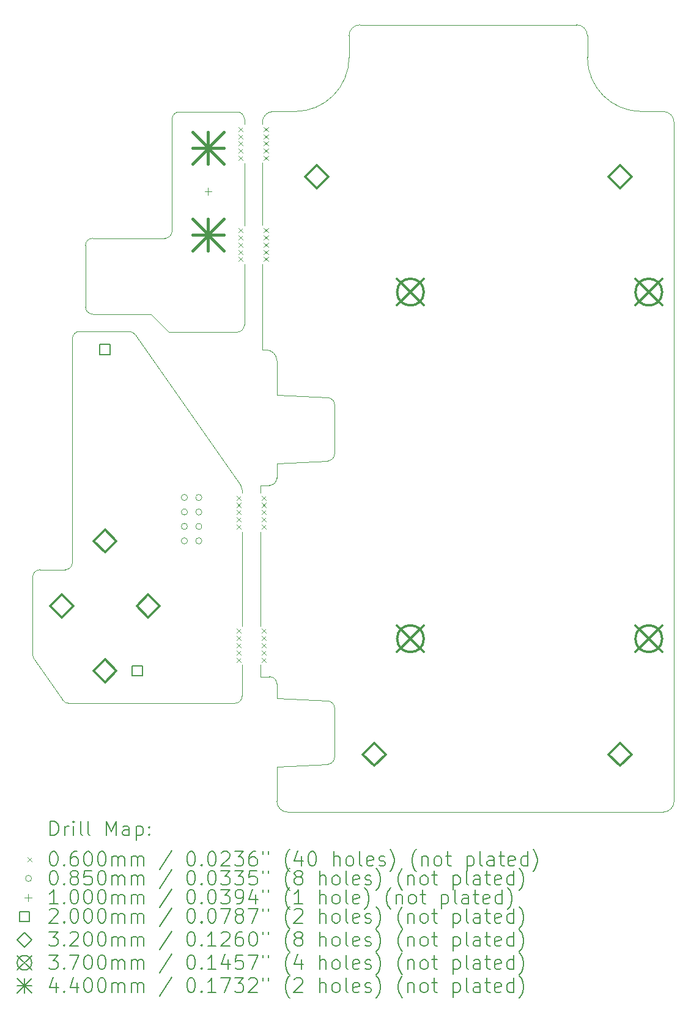
<source format=gbr>
%FSLAX45Y45*%
G04 Gerber Fmt 4.5, Leading zero omitted, Abs format (unit mm)*
G04 Created by KiCad (PCBNEW 5.99.0-1.20210329git38c849b.fc33) date 2021-04-01 23:55:05*
%MOMM*%
%LPD*%
G01*
G04 APERTURE LIST*
%TA.AperFunction,Profile*%
%ADD10C,0.100000*%
%TD*%
%ADD11C,0.200000*%
%ADD12C,0.060000*%
%ADD13C,0.085000*%
%ADD14C,0.100000*%
%ADD15C,0.320000*%
%ADD16C,0.370000*%
%ADD17C,0.440000*%
G04 APERTURE END LIST*
D10*
X6500000Y-11387500D02*
X6500000Y-11550000D01*
X6250000Y-11387500D02*
X6250000Y-11820000D01*
X6500000Y-10847500D02*
X6500000Y-9545000D01*
X6250000Y-9545000D02*
X6250000Y-10847500D01*
X6500000Y-8900000D02*
X6500000Y-9005000D01*
X6250012Y-8964057D02*
X6250000Y-9005000D01*
X6280000Y-5840000D02*
X6280000Y-6680000D01*
X6530000Y-5840000D02*
X6530000Y-7025000D01*
X6530000Y-4437500D02*
X6530000Y-5300000D01*
X6530000Y-3875000D02*
X6530000Y-3900000D01*
X6280000Y-4440000D02*
X6280000Y-5302500D01*
X6280000Y-3830000D02*
X6280000Y-3900000D01*
X6580000Y-7025000D02*
G75*
G02*
X6730000Y-7175000I0J-150000D01*
G01*
X7435200Y-7687000D02*
X6730000Y-7650000D01*
X6730000Y-11850000D02*
X6730000Y-11650000D01*
X6730000Y-13275000D02*
X6730000Y-12800000D01*
X6500000Y-8900000D02*
X6630000Y-8900000D01*
X12080000Y-3725000D02*
G75*
G02*
X12230000Y-3875000I0J-150000D01*
G01*
X11780000Y-3725000D02*
G75*
G02*
X11030000Y-2975000I0J750000D01*
G01*
X12230000Y-13275000D02*
G75*
G02*
X12080000Y-13425000I-150000J0D01*
G01*
X7730000Y-2675000D02*
G75*
G02*
X7880000Y-2525000I150000J0D01*
G01*
X10880000Y-2525000D02*
X7880000Y-2525000D01*
X12230000Y-3875000D02*
X12230000Y-13275000D01*
X7730000Y-2975000D02*
G75*
G02*
X6980000Y-3725000I-750000J0D01*
G01*
X11780000Y-3725000D02*
X12080000Y-3725000D01*
X6730000Y-8800000D02*
G75*
G02*
X6630000Y-8900000I-100000J0D01*
G01*
X7530000Y-8463200D02*
X7530000Y-7786800D01*
X7530000Y-12663200D02*
X7530000Y-11986800D01*
X12080000Y-13425000D02*
X6880000Y-13425000D01*
X6730000Y-8800000D02*
X6730000Y-8600000D01*
X6730000Y-8600000D02*
X7435200Y-8563000D01*
X7435234Y-7686937D02*
G75*
G02*
X7530000Y-7786800I-5234J-99863D01*
G01*
X6730000Y-7650000D02*
X6730000Y-7175000D01*
X7529935Y-12663230D02*
G75*
G02*
X7435200Y-12763000I-99935J30D01*
G01*
X6630000Y-11550000D02*
G75*
G02*
X6730000Y-11650000I0J-100000D01*
G01*
X6530000Y-3875000D02*
G75*
G02*
X6680000Y-3725000I150000J0D01*
G01*
X7435234Y-11886937D02*
G75*
G02*
X7530000Y-11986800I-5234J-99863D01*
G01*
X7435200Y-11887000D02*
X6730000Y-11850000D01*
X6730000Y-12800000D02*
X7435200Y-12763000D01*
X11030000Y-2975000D02*
X11030000Y-2675000D01*
X7730000Y-2975000D02*
X7730000Y-2675000D01*
X6580000Y-7025000D02*
X6530000Y-7025000D01*
X7529935Y-8463230D02*
G75*
G02*
X7435200Y-8563000I-99935J30D01*
G01*
X6880000Y-13425000D02*
G75*
G02*
X6730000Y-13275000I0J150000D01*
G01*
X6980000Y-3725000D02*
X6680000Y-3725000D01*
X10880000Y-2525000D02*
G75*
G02*
X11030000Y-2675000I0J-150000D01*
G01*
X6630000Y-11550000D02*
X6500000Y-11550000D01*
X6250012Y-8964057D02*
G75*
G03*
X6231900Y-8906700I-100012J-43D01*
G01*
X4765615Y-6812642D02*
G75*
G03*
X4683700Y-6770000I-81915J-57358D01*
G01*
X3900000Y-6870000D02*
X3900000Y-9970000D01*
X6149931Y-11920000D02*
G75*
G03*
X6250000Y-11820000I169J99900D01*
G01*
X3850000Y-11920000D02*
X6150000Y-11920000D01*
X3350006Y-11248786D02*
G75*
G03*
X3368100Y-11306200I100094J-14D01*
G01*
X3368100Y-11306200D02*
X3768000Y-11877300D01*
X4683700Y-6770000D02*
X4000000Y-6770000D01*
X4000000Y-6770000D02*
G75*
G03*
X3900000Y-6870000I0J-100000D01*
G01*
X3800000Y-10070000D02*
X3450000Y-10070000D01*
X3450025Y-10070000D02*
G75*
G03*
X3350000Y-10170000I75J-100100D01*
G01*
X3768003Y-11877315D02*
G75*
G03*
X3850000Y-11920000I81997J57415D01*
G01*
X6231900Y-8906700D02*
X4765600Y-6812600D01*
X3800000Y-10070000D02*
G75*
G03*
X3900000Y-9970000I0J100000D01*
G01*
X3350000Y-10170000D02*
X3350000Y-11248800D01*
X6280000Y-3830000D02*
G75*
G03*
X6180000Y-3730000I-100000J0D01*
G01*
X5280000Y-5380000D02*
X5280000Y-3830000D01*
X4180000Y-5480000D02*
G75*
G03*
X4080000Y-5580000I0J-100000D01*
G01*
X4080000Y-6430000D02*
G75*
G03*
X4180000Y-6530000I100000J0D01*
G01*
X5235000Y-6780000D02*
X4985000Y-6530000D01*
X4985000Y-6530000D02*
X4180000Y-6530000D01*
X5180000Y-5480000D02*
G75*
G03*
X5280000Y-5380000I0J100000D01*
G01*
X4180000Y-5480000D02*
X5180000Y-5480000D01*
X4080000Y-6430000D02*
X4080000Y-5580000D01*
X6180000Y-6780000D02*
G75*
G03*
X6280000Y-6680000I0J100000D01*
G01*
X5380000Y-3730000D02*
G75*
G03*
X5280000Y-3830000I0J-100000D01*
G01*
X6180000Y-6780000D02*
X5235000Y-6780000D01*
X5380000Y-3730000D02*
X6180000Y-3730000D01*
D11*
D12*
X6170000Y-9045000D02*
X6230000Y-9105000D01*
X6230000Y-9045000D02*
X6170000Y-9105000D01*
X6170000Y-9145000D02*
X6230000Y-9205000D01*
X6230000Y-9145000D02*
X6170000Y-9205000D01*
X6170000Y-9245000D02*
X6230000Y-9305000D01*
X6230000Y-9245000D02*
X6170000Y-9305000D01*
X6170000Y-9345000D02*
X6230000Y-9405000D01*
X6230000Y-9345000D02*
X6170000Y-9405000D01*
X6170000Y-9445000D02*
X6230000Y-9505000D01*
X6230000Y-9445000D02*
X6170000Y-9505000D01*
X6170000Y-10887500D02*
X6230000Y-10947500D01*
X6230000Y-10887500D02*
X6170000Y-10947500D01*
X6170000Y-10987500D02*
X6230000Y-11047500D01*
X6230000Y-10987500D02*
X6170000Y-11047500D01*
X6170000Y-11087500D02*
X6230000Y-11147500D01*
X6230000Y-11087500D02*
X6170000Y-11147500D01*
X6170000Y-11187500D02*
X6230000Y-11247500D01*
X6230000Y-11187500D02*
X6170000Y-11247500D01*
X6170000Y-11287500D02*
X6230000Y-11347500D01*
X6230000Y-11287500D02*
X6170000Y-11347500D01*
X6200000Y-3940000D02*
X6260000Y-4000000D01*
X6260000Y-3940000D02*
X6200000Y-4000000D01*
X6200000Y-4040000D02*
X6260000Y-4100000D01*
X6260000Y-4040000D02*
X6200000Y-4100000D01*
X6200000Y-4140000D02*
X6260000Y-4200000D01*
X6260000Y-4140000D02*
X6200000Y-4200000D01*
X6200000Y-4240000D02*
X6260000Y-4300000D01*
X6260000Y-4240000D02*
X6200000Y-4300000D01*
X6200000Y-4340000D02*
X6260000Y-4400000D01*
X6260000Y-4340000D02*
X6200000Y-4400000D01*
X6200000Y-5340000D02*
X6260000Y-5400000D01*
X6260000Y-5340000D02*
X6200000Y-5400000D01*
X6200000Y-5440000D02*
X6260000Y-5500000D01*
X6260000Y-5440000D02*
X6200000Y-5500000D01*
X6200000Y-5540000D02*
X6260000Y-5600000D01*
X6260000Y-5540000D02*
X6200000Y-5600000D01*
X6200000Y-5640000D02*
X6260000Y-5700000D01*
X6260000Y-5640000D02*
X6200000Y-5700000D01*
X6200000Y-5740000D02*
X6260000Y-5800000D01*
X6260000Y-5740000D02*
X6200000Y-5800000D01*
X6520000Y-9045000D02*
X6580000Y-9105000D01*
X6580000Y-9045000D02*
X6520000Y-9105000D01*
X6520000Y-9145000D02*
X6580000Y-9205000D01*
X6580000Y-9145000D02*
X6520000Y-9205000D01*
X6520000Y-9245000D02*
X6580000Y-9305000D01*
X6580000Y-9245000D02*
X6520000Y-9305000D01*
X6520000Y-9345000D02*
X6580000Y-9405000D01*
X6580000Y-9345000D02*
X6520000Y-9405000D01*
X6520000Y-9445000D02*
X6580000Y-9505000D01*
X6580000Y-9445000D02*
X6520000Y-9505000D01*
X6520000Y-10887500D02*
X6580000Y-10947500D01*
X6580000Y-10887500D02*
X6520000Y-10947500D01*
X6520000Y-10987500D02*
X6580000Y-11047500D01*
X6580000Y-10987500D02*
X6520000Y-11047500D01*
X6520000Y-11087500D02*
X6580000Y-11147500D01*
X6580000Y-11087500D02*
X6520000Y-11147500D01*
X6520000Y-11187500D02*
X6580000Y-11247500D01*
X6580000Y-11187500D02*
X6520000Y-11247500D01*
X6520000Y-11287500D02*
X6580000Y-11347500D01*
X6580000Y-11287500D02*
X6520000Y-11347500D01*
X6550000Y-3940000D02*
X6610000Y-4000000D01*
X6610000Y-3940000D02*
X6550000Y-4000000D01*
X6550000Y-4040000D02*
X6610000Y-4100000D01*
X6610000Y-4040000D02*
X6550000Y-4100000D01*
X6550000Y-4140000D02*
X6610000Y-4200000D01*
X6610000Y-4140000D02*
X6550000Y-4200000D01*
X6550000Y-4240000D02*
X6610000Y-4300000D01*
X6610000Y-4240000D02*
X6550000Y-4300000D01*
X6550000Y-4340000D02*
X6610000Y-4400000D01*
X6610000Y-4340000D02*
X6550000Y-4400000D01*
X6550000Y-5340000D02*
X6610000Y-5400000D01*
X6610000Y-5340000D02*
X6550000Y-5400000D01*
X6550000Y-5440000D02*
X6610000Y-5500000D01*
X6610000Y-5440000D02*
X6550000Y-5500000D01*
X6550000Y-5540000D02*
X6610000Y-5600000D01*
X6610000Y-5540000D02*
X6550000Y-5600000D01*
X6550000Y-5640000D02*
X6610000Y-5700000D01*
X6610000Y-5640000D02*
X6550000Y-5700000D01*
X6550000Y-5740000D02*
X6610000Y-5800000D01*
X6610000Y-5740000D02*
X6550000Y-5800000D01*
D13*
X5492500Y-9070000D02*
G75*
G03*
X5492500Y-9070000I-42500J0D01*
G01*
X5492500Y-9270000D02*
G75*
G03*
X5492500Y-9270000I-42500J0D01*
G01*
X5492500Y-9470000D02*
G75*
G03*
X5492500Y-9470000I-42500J0D01*
G01*
X5492500Y-9670000D02*
G75*
G03*
X5492500Y-9670000I-42500J0D01*
G01*
X5692500Y-9070000D02*
G75*
G03*
X5692500Y-9070000I-42500J0D01*
G01*
X5692500Y-9270000D02*
G75*
G03*
X5692500Y-9270000I-42500J0D01*
G01*
X5692500Y-9470000D02*
G75*
G03*
X5692500Y-9470000I-42500J0D01*
G01*
X5692500Y-9670000D02*
G75*
G03*
X5692500Y-9670000I-42500J0D01*
G01*
D14*
X5780000Y-4780000D02*
X5780000Y-4880000D01*
X5730000Y-4830000D02*
X5830000Y-4830000D01*
D11*
X4420711Y-7090711D02*
X4420711Y-6949289D01*
X4279289Y-6949289D01*
X4279289Y-7090711D01*
X4420711Y-7090711D01*
X4870711Y-11540711D02*
X4870711Y-11399289D01*
X4729289Y-11399289D01*
X4729289Y-11540711D01*
X4870711Y-11540711D01*
D15*
X3750000Y-10730000D02*
X3910000Y-10570000D01*
X3750000Y-10410000D01*
X3590000Y-10570000D01*
X3750000Y-10730000D01*
X4350000Y-9830000D02*
X4510000Y-9670000D01*
X4350000Y-9510000D01*
X4190000Y-9670000D01*
X4350000Y-9830000D01*
X4350000Y-11630000D02*
X4510000Y-11470000D01*
X4350000Y-11310000D01*
X4190000Y-11470000D01*
X4350000Y-11630000D01*
X4950000Y-10730000D02*
X5110000Y-10570000D01*
X4950000Y-10410000D01*
X4790000Y-10570000D01*
X4950000Y-10730000D01*
X7280000Y-4785000D02*
X7440000Y-4625000D01*
X7280000Y-4465000D01*
X7120000Y-4625000D01*
X7280000Y-4785000D01*
X8080000Y-12785000D02*
X8240000Y-12625000D01*
X8080000Y-12465000D01*
X7920000Y-12625000D01*
X8080000Y-12785000D01*
X11480000Y-4785000D02*
X11640000Y-4625000D01*
X11480000Y-4465000D01*
X11320000Y-4625000D01*
X11480000Y-4785000D01*
X11480000Y-12785000D02*
X11640000Y-12625000D01*
X11480000Y-12465000D01*
X11320000Y-12625000D01*
X11480000Y-12785000D01*
D16*
X8395000Y-6040000D02*
X8765000Y-6410000D01*
X8765000Y-6040000D02*
X8395000Y-6410000D01*
X8765000Y-6225000D02*
G75*
G03*
X8765000Y-6225000I-185000J0D01*
G01*
X8395000Y-10840000D02*
X8765000Y-11210000D01*
X8765000Y-10840000D02*
X8395000Y-11210000D01*
X8765000Y-11025000D02*
G75*
G03*
X8765000Y-11025000I-185000J0D01*
G01*
X11695000Y-6040000D02*
X12065000Y-6410000D01*
X12065000Y-6040000D02*
X11695000Y-6410000D01*
X12065000Y-6225000D02*
G75*
G03*
X12065000Y-6225000I-185000J0D01*
G01*
X11695000Y-10840000D02*
X12065000Y-11210000D01*
X12065000Y-10840000D02*
X11695000Y-11210000D01*
X12065000Y-11025000D02*
G75*
G03*
X12065000Y-11025000I-185000J0D01*
G01*
D17*
X5560000Y-4010000D02*
X6000000Y-4450000D01*
X6000000Y-4010000D02*
X5560000Y-4450000D01*
X5780000Y-4010000D02*
X5780000Y-4450000D01*
X5560000Y-4230000D02*
X6000000Y-4230000D01*
X5560000Y-5210000D02*
X6000000Y-5650000D01*
X6000000Y-5210000D02*
X5560000Y-5650000D01*
X5780000Y-5210000D02*
X5780000Y-5650000D01*
X5560000Y-5430000D02*
X6000000Y-5430000D01*
D11*
X3592619Y-13750476D02*
X3592619Y-13550476D01*
X3640238Y-13550476D01*
X3668809Y-13560000D01*
X3687857Y-13579048D01*
X3697381Y-13598095D01*
X3706905Y-13636190D01*
X3706905Y-13664762D01*
X3697381Y-13702857D01*
X3687857Y-13721905D01*
X3668809Y-13740952D01*
X3640238Y-13750476D01*
X3592619Y-13750476D01*
X3792619Y-13750476D02*
X3792619Y-13617143D01*
X3792619Y-13655238D02*
X3802143Y-13636190D01*
X3811667Y-13626667D01*
X3830714Y-13617143D01*
X3849762Y-13617143D01*
X3916428Y-13750476D02*
X3916428Y-13617143D01*
X3916428Y-13550476D02*
X3906905Y-13560000D01*
X3916428Y-13569524D01*
X3925952Y-13560000D01*
X3916428Y-13550476D01*
X3916428Y-13569524D01*
X4040238Y-13750476D02*
X4021190Y-13740952D01*
X4011667Y-13721905D01*
X4011667Y-13550476D01*
X4145000Y-13750476D02*
X4125952Y-13740952D01*
X4116428Y-13721905D01*
X4116428Y-13550476D01*
X4373571Y-13750476D02*
X4373571Y-13550476D01*
X4440238Y-13693333D01*
X4506905Y-13550476D01*
X4506905Y-13750476D01*
X4687857Y-13750476D02*
X4687857Y-13645714D01*
X4678333Y-13626667D01*
X4659286Y-13617143D01*
X4621190Y-13617143D01*
X4602143Y-13626667D01*
X4687857Y-13740952D02*
X4668810Y-13750476D01*
X4621190Y-13750476D01*
X4602143Y-13740952D01*
X4592619Y-13721905D01*
X4592619Y-13702857D01*
X4602143Y-13683809D01*
X4621190Y-13674286D01*
X4668810Y-13674286D01*
X4687857Y-13664762D01*
X4783095Y-13617143D02*
X4783095Y-13817143D01*
X4783095Y-13626667D02*
X4802143Y-13617143D01*
X4840238Y-13617143D01*
X4859286Y-13626667D01*
X4868810Y-13636190D01*
X4878333Y-13655238D01*
X4878333Y-13712381D01*
X4868810Y-13731428D01*
X4859286Y-13740952D01*
X4840238Y-13750476D01*
X4802143Y-13750476D01*
X4783095Y-13740952D01*
X4964048Y-13731428D02*
X4973571Y-13740952D01*
X4964048Y-13750476D01*
X4954524Y-13740952D01*
X4964048Y-13731428D01*
X4964048Y-13750476D01*
X4964048Y-13626667D02*
X4973571Y-13636190D01*
X4964048Y-13645714D01*
X4954524Y-13636190D01*
X4964048Y-13626667D01*
X4964048Y-13645714D01*
D12*
X3275000Y-14050000D02*
X3335000Y-14110000D01*
X3335000Y-14050000D02*
X3275000Y-14110000D01*
D11*
X3630714Y-13970476D02*
X3649762Y-13970476D01*
X3668809Y-13980000D01*
X3678333Y-13989524D01*
X3687857Y-14008571D01*
X3697381Y-14046667D01*
X3697381Y-14094286D01*
X3687857Y-14132381D01*
X3678333Y-14151428D01*
X3668809Y-14160952D01*
X3649762Y-14170476D01*
X3630714Y-14170476D01*
X3611667Y-14160952D01*
X3602143Y-14151428D01*
X3592619Y-14132381D01*
X3583095Y-14094286D01*
X3583095Y-14046667D01*
X3592619Y-14008571D01*
X3602143Y-13989524D01*
X3611667Y-13980000D01*
X3630714Y-13970476D01*
X3783095Y-14151428D02*
X3792619Y-14160952D01*
X3783095Y-14170476D01*
X3773571Y-14160952D01*
X3783095Y-14151428D01*
X3783095Y-14170476D01*
X3964048Y-13970476D02*
X3925952Y-13970476D01*
X3906905Y-13980000D01*
X3897381Y-13989524D01*
X3878333Y-14018095D01*
X3868809Y-14056190D01*
X3868809Y-14132381D01*
X3878333Y-14151428D01*
X3887857Y-14160952D01*
X3906905Y-14170476D01*
X3945000Y-14170476D01*
X3964048Y-14160952D01*
X3973571Y-14151428D01*
X3983095Y-14132381D01*
X3983095Y-14084762D01*
X3973571Y-14065714D01*
X3964048Y-14056190D01*
X3945000Y-14046667D01*
X3906905Y-14046667D01*
X3887857Y-14056190D01*
X3878333Y-14065714D01*
X3868809Y-14084762D01*
X4106905Y-13970476D02*
X4125952Y-13970476D01*
X4145000Y-13980000D01*
X4154524Y-13989524D01*
X4164048Y-14008571D01*
X4173571Y-14046667D01*
X4173571Y-14094286D01*
X4164048Y-14132381D01*
X4154524Y-14151428D01*
X4145000Y-14160952D01*
X4125952Y-14170476D01*
X4106905Y-14170476D01*
X4087857Y-14160952D01*
X4078333Y-14151428D01*
X4068809Y-14132381D01*
X4059286Y-14094286D01*
X4059286Y-14046667D01*
X4068809Y-14008571D01*
X4078333Y-13989524D01*
X4087857Y-13980000D01*
X4106905Y-13970476D01*
X4297381Y-13970476D02*
X4316429Y-13970476D01*
X4335476Y-13980000D01*
X4345000Y-13989524D01*
X4354524Y-14008571D01*
X4364048Y-14046667D01*
X4364048Y-14094286D01*
X4354524Y-14132381D01*
X4345000Y-14151428D01*
X4335476Y-14160952D01*
X4316429Y-14170476D01*
X4297381Y-14170476D01*
X4278333Y-14160952D01*
X4268810Y-14151428D01*
X4259286Y-14132381D01*
X4249762Y-14094286D01*
X4249762Y-14046667D01*
X4259286Y-14008571D01*
X4268810Y-13989524D01*
X4278333Y-13980000D01*
X4297381Y-13970476D01*
X4449762Y-14170476D02*
X4449762Y-14037143D01*
X4449762Y-14056190D02*
X4459286Y-14046667D01*
X4478333Y-14037143D01*
X4506905Y-14037143D01*
X4525952Y-14046667D01*
X4535476Y-14065714D01*
X4535476Y-14170476D01*
X4535476Y-14065714D02*
X4545000Y-14046667D01*
X4564048Y-14037143D01*
X4592619Y-14037143D01*
X4611667Y-14046667D01*
X4621190Y-14065714D01*
X4621190Y-14170476D01*
X4716429Y-14170476D02*
X4716429Y-14037143D01*
X4716429Y-14056190D02*
X4725952Y-14046667D01*
X4745000Y-14037143D01*
X4773571Y-14037143D01*
X4792619Y-14046667D01*
X4802143Y-14065714D01*
X4802143Y-14170476D01*
X4802143Y-14065714D02*
X4811667Y-14046667D01*
X4830714Y-14037143D01*
X4859286Y-14037143D01*
X4878333Y-14046667D01*
X4887857Y-14065714D01*
X4887857Y-14170476D01*
X5278333Y-13960952D02*
X5106905Y-14218095D01*
X5535476Y-13970476D02*
X5554524Y-13970476D01*
X5573571Y-13980000D01*
X5583095Y-13989524D01*
X5592619Y-14008571D01*
X5602143Y-14046667D01*
X5602143Y-14094286D01*
X5592619Y-14132381D01*
X5583095Y-14151428D01*
X5573571Y-14160952D01*
X5554524Y-14170476D01*
X5535476Y-14170476D01*
X5516429Y-14160952D01*
X5506905Y-14151428D01*
X5497381Y-14132381D01*
X5487857Y-14094286D01*
X5487857Y-14046667D01*
X5497381Y-14008571D01*
X5506905Y-13989524D01*
X5516429Y-13980000D01*
X5535476Y-13970476D01*
X5687857Y-14151428D02*
X5697381Y-14160952D01*
X5687857Y-14170476D01*
X5678333Y-14160952D01*
X5687857Y-14151428D01*
X5687857Y-14170476D01*
X5821190Y-13970476D02*
X5840238Y-13970476D01*
X5859286Y-13980000D01*
X5868809Y-13989524D01*
X5878333Y-14008571D01*
X5887857Y-14046667D01*
X5887857Y-14094286D01*
X5878333Y-14132381D01*
X5868809Y-14151428D01*
X5859286Y-14160952D01*
X5840238Y-14170476D01*
X5821190Y-14170476D01*
X5802143Y-14160952D01*
X5792619Y-14151428D01*
X5783095Y-14132381D01*
X5773571Y-14094286D01*
X5773571Y-14046667D01*
X5783095Y-14008571D01*
X5792619Y-13989524D01*
X5802143Y-13980000D01*
X5821190Y-13970476D01*
X5964048Y-13989524D02*
X5973571Y-13980000D01*
X5992619Y-13970476D01*
X6040238Y-13970476D01*
X6059286Y-13980000D01*
X6068809Y-13989524D01*
X6078333Y-14008571D01*
X6078333Y-14027619D01*
X6068809Y-14056190D01*
X5954524Y-14170476D01*
X6078333Y-14170476D01*
X6145000Y-13970476D02*
X6268809Y-13970476D01*
X6202143Y-14046667D01*
X6230714Y-14046667D01*
X6249762Y-14056190D01*
X6259286Y-14065714D01*
X6268809Y-14084762D01*
X6268809Y-14132381D01*
X6259286Y-14151428D01*
X6249762Y-14160952D01*
X6230714Y-14170476D01*
X6173571Y-14170476D01*
X6154524Y-14160952D01*
X6145000Y-14151428D01*
X6440238Y-13970476D02*
X6402143Y-13970476D01*
X6383095Y-13980000D01*
X6373571Y-13989524D01*
X6354524Y-14018095D01*
X6345000Y-14056190D01*
X6345000Y-14132381D01*
X6354524Y-14151428D01*
X6364048Y-14160952D01*
X6383095Y-14170476D01*
X6421190Y-14170476D01*
X6440238Y-14160952D01*
X6449762Y-14151428D01*
X6459286Y-14132381D01*
X6459286Y-14084762D01*
X6449762Y-14065714D01*
X6440238Y-14056190D01*
X6421190Y-14046667D01*
X6383095Y-14046667D01*
X6364048Y-14056190D01*
X6354524Y-14065714D01*
X6345000Y-14084762D01*
X6535476Y-13970476D02*
X6535476Y-14008571D01*
X6611667Y-13970476D02*
X6611667Y-14008571D01*
X6906905Y-14246667D02*
X6897381Y-14237143D01*
X6878333Y-14208571D01*
X6868809Y-14189524D01*
X6859286Y-14160952D01*
X6849762Y-14113333D01*
X6849762Y-14075238D01*
X6859286Y-14027619D01*
X6868809Y-13999048D01*
X6878333Y-13980000D01*
X6897381Y-13951428D01*
X6906905Y-13941905D01*
X7068809Y-14037143D02*
X7068809Y-14170476D01*
X7021190Y-13960952D02*
X6973571Y-14103809D01*
X7097381Y-14103809D01*
X7211667Y-13970476D02*
X7230714Y-13970476D01*
X7249762Y-13980000D01*
X7259286Y-13989524D01*
X7268809Y-14008571D01*
X7278333Y-14046667D01*
X7278333Y-14094286D01*
X7268809Y-14132381D01*
X7259286Y-14151428D01*
X7249762Y-14160952D01*
X7230714Y-14170476D01*
X7211667Y-14170476D01*
X7192619Y-14160952D01*
X7183095Y-14151428D01*
X7173571Y-14132381D01*
X7164048Y-14094286D01*
X7164048Y-14046667D01*
X7173571Y-14008571D01*
X7183095Y-13989524D01*
X7192619Y-13980000D01*
X7211667Y-13970476D01*
X7516428Y-14170476D02*
X7516428Y-13970476D01*
X7602143Y-14170476D02*
X7602143Y-14065714D01*
X7592619Y-14046667D01*
X7573571Y-14037143D01*
X7545000Y-14037143D01*
X7525952Y-14046667D01*
X7516428Y-14056190D01*
X7725952Y-14170476D02*
X7706905Y-14160952D01*
X7697381Y-14151428D01*
X7687857Y-14132381D01*
X7687857Y-14075238D01*
X7697381Y-14056190D01*
X7706905Y-14046667D01*
X7725952Y-14037143D01*
X7754524Y-14037143D01*
X7773571Y-14046667D01*
X7783095Y-14056190D01*
X7792619Y-14075238D01*
X7792619Y-14132381D01*
X7783095Y-14151428D01*
X7773571Y-14160952D01*
X7754524Y-14170476D01*
X7725952Y-14170476D01*
X7906905Y-14170476D02*
X7887857Y-14160952D01*
X7878333Y-14141905D01*
X7878333Y-13970476D01*
X8059286Y-14160952D02*
X8040238Y-14170476D01*
X8002143Y-14170476D01*
X7983095Y-14160952D01*
X7973571Y-14141905D01*
X7973571Y-14065714D01*
X7983095Y-14046667D01*
X8002143Y-14037143D01*
X8040238Y-14037143D01*
X8059286Y-14046667D01*
X8068809Y-14065714D01*
X8068809Y-14084762D01*
X7973571Y-14103809D01*
X8145000Y-14160952D02*
X8164048Y-14170476D01*
X8202143Y-14170476D01*
X8221190Y-14160952D01*
X8230714Y-14141905D01*
X8230714Y-14132381D01*
X8221190Y-14113333D01*
X8202143Y-14103809D01*
X8173571Y-14103809D01*
X8154524Y-14094286D01*
X8145000Y-14075238D01*
X8145000Y-14065714D01*
X8154524Y-14046667D01*
X8173571Y-14037143D01*
X8202143Y-14037143D01*
X8221190Y-14046667D01*
X8297381Y-14246667D02*
X8306905Y-14237143D01*
X8325952Y-14208571D01*
X8335476Y-14189524D01*
X8345000Y-14160952D01*
X8354524Y-14113333D01*
X8354524Y-14075238D01*
X8345000Y-14027619D01*
X8335476Y-13999048D01*
X8325952Y-13980000D01*
X8306905Y-13951428D01*
X8297381Y-13941905D01*
X8659286Y-14246667D02*
X8649762Y-14237143D01*
X8630714Y-14208571D01*
X8621190Y-14189524D01*
X8611667Y-14160952D01*
X8602143Y-14113333D01*
X8602143Y-14075238D01*
X8611667Y-14027619D01*
X8621190Y-13999048D01*
X8630714Y-13980000D01*
X8649762Y-13951428D01*
X8659286Y-13941905D01*
X8735476Y-14037143D02*
X8735476Y-14170476D01*
X8735476Y-14056190D02*
X8745000Y-14046667D01*
X8764048Y-14037143D01*
X8792619Y-14037143D01*
X8811667Y-14046667D01*
X8821190Y-14065714D01*
X8821190Y-14170476D01*
X8945000Y-14170476D02*
X8925952Y-14160952D01*
X8916429Y-14151428D01*
X8906905Y-14132381D01*
X8906905Y-14075238D01*
X8916429Y-14056190D01*
X8925952Y-14046667D01*
X8945000Y-14037143D01*
X8973571Y-14037143D01*
X8992619Y-14046667D01*
X9002143Y-14056190D01*
X9011667Y-14075238D01*
X9011667Y-14132381D01*
X9002143Y-14151428D01*
X8992619Y-14160952D01*
X8973571Y-14170476D01*
X8945000Y-14170476D01*
X9068810Y-14037143D02*
X9145000Y-14037143D01*
X9097381Y-13970476D02*
X9097381Y-14141905D01*
X9106905Y-14160952D01*
X9125952Y-14170476D01*
X9145000Y-14170476D01*
X9364048Y-14037143D02*
X9364048Y-14237143D01*
X9364048Y-14046667D02*
X9383095Y-14037143D01*
X9421190Y-14037143D01*
X9440238Y-14046667D01*
X9449762Y-14056190D01*
X9459286Y-14075238D01*
X9459286Y-14132381D01*
X9449762Y-14151428D01*
X9440238Y-14160952D01*
X9421190Y-14170476D01*
X9383095Y-14170476D01*
X9364048Y-14160952D01*
X9573571Y-14170476D02*
X9554524Y-14160952D01*
X9545000Y-14141905D01*
X9545000Y-13970476D01*
X9735476Y-14170476D02*
X9735476Y-14065714D01*
X9725952Y-14046667D01*
X9706905Y-14037143D01*
X9668810Y-14037143D01*
X9649762Y-14046667D01*
X9735476Y-14160952D02*
X9716429Y-14170476D01*
X9668810Y-14170476D01*
X9649762Y-14160952D01*
X9640238Y-14141905D01*
X9640238Y-14122857D01*
X9649762Y-14103809D01*
X9668810Y-14094286D01*
X9716429Y-14094286D01*
X9735476Y-14084762D01*
X9802143Y-14037143D02*
X9878333Y-14037143D01*
X9830714Y-13970476D02*
X9830714Y-14141905D01*
X9840238Y-14160952D01*
X9859286Y-14170476D01*
X9878333Y-14170476D01*
X10021190Y-14160952D02*
X10002143Y-14170476D01*
X9964048Y-14170476D01*
X9945000Y-14160952D01*
X9935476Y-14141905D01*
X9935476Y-14065714D01*
X9945000Y-14046667D01*
X9964048Y-14037143D01*
X10002143Y-14037143D01*
X10021190Y-14046667D01*
X10030714Y-14065714D01*
X10030714Y-14084762D01*
X9935476Y-14103809D01*
X10202143Y-14170476D02*
X10202143Y-13970476D01*
X10202143Y-14160952D02*
X10183095Y-14170476D01*
X10145000Y-14170476D01*
X10125952Y-14160952D01*
X10116429Y-14151428D01*
X10106905Y-14132381D01*
X10106905Y-14075238D01*
X10116429Y-14056190D01*
X10125952Y-14046667D01*
X10145000Y-14037143D01*
X10183095Y-14037143D01*
X10202143Y-14046667D01*
X10278333Y-14246667D02*
X10287857Y-14237143D01*
X10306905Y-14208571D01*
X10316429Y-14189524D01*
X10325952Y-14160952D01*
X10335476Y-14113333D01*
X10335476Y-14075238D01*
X10325952Y-14027619D01*
X10316429Y-13999048D01*
X10306905Y-13980000D01*
X10287857Y-13951428D01*
X10278333Y-13941905D01*
D13*
X3335000Y-14344000D02*
G75*
G03*
X3335000Y-14344000I-42500J0D01*
G01*
D11*
X3630714Y-14234476D02*
X3649762Y-14234476D01*
X3668809Y-14244000D01*
X3678333Y-14253524D01*
X3687857Y-14272571D01*
X3697381Y-14310667D01*
X3697381Y-14358286D01*
X3687857Y-14396381D01*
X3678333Y-14415428D01*
X3668809Y-14424952D01*
X3649762Y-14434476D01*
X3630714Y-14434476D01*
X3611667Y-14424952D01*
X3602143Y-14415428D01*
X3592619Y-14396381D01*
X3583095Y-14358286D01*
X3583095Y-14310667D01*
X3592619Y-14272571D01*
X3602143Y-14253524D01*
X3611667Y-14244000D01*
X3630714Y-14234476D01*
X3783095Y-14415428D02*
X3792619Y-14424952D01*
X3783095Y-14434476D01*
X3773571Y-14424952D01*
X3783095Y-14415428D01*
X3783095Y-14434476D01*
X3906905Y-14320190D02*
X3887857Y-14310667D01*
X3878333Y-14301143D01*
X3868809Y-14282095D01*
X3868809Y-14272571D01*
X3878333Y-14253524D01*
X3887857Y-14244000D01*
X3906905Y-14234476D01*
X3945000Y-14234476D01*
X3964048Y-14244000D01*
X3973571Y-14253524D01*
X3983095Y-14272571D01*
X3983095Y-14282095D01*
X3973571Y-14301143D01*
X3964048Y-14310667D01*
X3945000Y-14320190D01*
X3906905Y-14320190D01*
X3887857Y-14329714D01*
X3878333Y-14339238D01*
X3868809Y-14358286D01*
X3868809Y-14396381D01*
X3878333Y-14415428D01*
X3887857Y-14424952D01*
X3906905Y-14434476D01*
X3945000Y-14434476D01*
X3964048Y-14424952D01*
X3973571Y-14415428D01*
X3983095Y-14396381D01*
X3983095Y-14358286D01*
X3973571Y-14339238D01*
X3964048Y-14329714D01*
X3945000Y-14320190D01*
X4164048Y-14234476D02*
X4068809Y-14234476D01*
X4059286Y-14329714D01*
X4068809Y-14320190D01*
X4087857Y-14310667D01*
X4135476Y-14310667D01*
X4154524Y-14320190D01*
X4164048Y-14329714D01*
X4173571Y-14348762D01*
X4173571Y-14396381D01*
X4164048Y-14415428D01*
X4154524Y-14424952D01*
X4135476Y-14434476D01*
X4087857Y-14434476D01*
X4068809Y-14424952D01*
X4059286Y-14415428D01*
X4297381Y-14234476D02*
X4316429Y-14234476D01*
X4335476Y-14244000D01*
X4345000Y-14253524D01*
X4354524Y-14272571D01*
X4364048Y-14310667D01*
X4364048Y-14358286D01*
X4354524Y-14396381D01*
X4345000Y-14415428D01*
X4335476Y-14424952D01*
X4316429Y-14434476D01*
X4297381Y-14434476D01*
X4278333Y-14424952D01*
X4268810Y-14415428D01*
X4259286Y-14396381D01*
X4249762Y-14358286D01*
X4249762Y-14310667D01*
X4259286Y-14272571D01*
X4268810Y-14253524D01*
X4278333Y-14244000D01*
X4297381Y-14234476D01*
X4449762Y-14434476D02*
X4449762Y-14301143D01*
X4449762Y-14320190D02*
X4459286Y-14310667D01*
X4478333Y-14301143D01*
X4506905Y-14301143D01*
X4525952Y-14310667D01*
X4535476Y-14329714D01*
X4535476Y-14434476D01*
X4535476Y-14329714D02*
X4545000Y-14310667D01*
X4564048Y-14301143D01*
X4592619Y-14301143D01*
X4611667Y-14310667D01*
X4621190Y-14329714D01*
X4621190Y-14434476D01*
X4716429Y-14434476D02*
X4716429Y-14301143D01*
X4716429Y-14320190D02*
X4725952Y-14310667D01*
X4745000Y-14301143D01*
X4773571Y-14301143D01*
X4792619Y-14310667D01*
X4802143Y-14329714D01*
X4802143Y-14434476D01*
X4802143Y-14329714D02*
X4811667Y-14310667D01*
X4830714Y-14301143D01*
X4859286Y-14301143D01*
X4878333Y-14310667D01*
X4887857Y-14329714D01*
X4887857Y-14434476D01*
X5278333Y-14224952D02*
X5106905Y-14482095D01*
X5535476Y-14234476D02*
X5554524Y-14234476D01*
X5573571Y-14244000D01*
X5583095Y-14253524D01*
X5592619Y-14272571D01*
X5602143Y-14310667D01*
X5602143Y-14358286D01*
X5592619Y-14396381D01*
X5583095Y-14415428D01*
X5573571Y-14424952D01*
X5554524Y-14434476D01*
X5535476Y-14434476D01*
X5516429Y-14424952D01*
X5506905Y-14415428D01*
X5497381Y-14396381D01*
X5487857Y-14358286D01*
X5487857Y-14310667D01*
X5497381Y-14272571D01*
X5506905Y-14253524D01*
X5516429Y-14244000D01*
X5535476Y-14234476D01*
X5687857Y-14415428D02*
X5697381Y-14424952D01*
X5687857Y-14434476D01*
X5678333Y-14424952D01*
X5687857Y-14415428D01*
X5687857Y-14434476D01*
X5821190Y-14234476D02*
X5840238Y-14234476D01*
X5859286Y-14244000D01*
X5868809Y-14253524D01*
X5878333Y-14272571D01*
X5887857Y-14310667D01*
X5887857Y-14358286D01*
X5878333Y-14396381D01*
X5868809Y-14415428D01*
X5859286Y-14424952D01*
X5840238Y-14434476D01*
X5821190Y-14434476D01*
X5802143Y-14424952D01*
X5792619Y-14415428D01*
X5783095Y-14396381D01*
X5773571Y-14358286D01*
X5773571Y-14310667D01*
X5783095Y-14272571D01*
X5792619Y-14253524D01*
X5802143Y-14244000D01*
X5821190Y-14234476D01*
X5954524Y-14234476D02*
X6078333Y-14234476D01*
X6011667Y-14310667D01*
X6040238Y-14310667D01*
X6059286Y-14320190D01*
X6068809Y-14329714D01*
X6078333Y-14348762D01*
X6078333Y-14396381D01*
X6068809Y-14415428D01*
X6059286Y-14424952D01*
X6040238Y-14434476D01*
X5983095Y-14434476D01*
X5964048Y-14424952D01*
X5954524Y-14415428D01*
X6145000Y-14234476D02*
X6268809Y-14234476D01*
X6202143Y-14310667D01*
X6230714Y-14310667D01*
X6249762Y-14320190D01*
X6259286Y-14329714D01*
X6268809Y-14348762D01*
X6268809Y-14396381D01*
X6259286Y-14415428D01*
X6249762Y-14424952D01*
X6230714Y-14434476D01*
X6173571Y-14434476D01*
X6154524Y-14424952D01*
X6145000Y-14415428D01*
X6449762Y-14234476D02*
X6354524Y-14234476D01*
X6345000Y-14329714D01*
X6354524Y-14320190D01*
X6373571Y-14310667D01*
X6421190Y-14310667D01*
X6440238Y-14320190D01*
X6449762Y-14329714D01*
X6459286Y-14348762D01*
X6459286Y-14396381D01*
X6449762Y-14415428D01*
X6440238Y-14424952D01*
X6421190Y-14434476D01*
X6373571Y-14434476D01*
X6354524Y-14424952D01*
X6345000Y-14415428D01*
X6535476Y-14234476D02*
X6535476Y-14272571D01*
X6611667Y-14234476D02*
X6611667Y-14272571D01*
X6906905Y-14510667D02*
X6897381Y-14501143D01*
X6878333Y-14472571D01*
X6868809Y-14453524D01*
X6859286Y-14424952D01*
X6849762Y-14377333D01*
X6849762Y-14339238D01*
X6859286Y-14291619D01*
X6868809Y-14263048D01*
X6878333Y-14244000D01*
X6897381Y-14215428D01*
X6906905Y-14205905D01*
X7011667Y-14320190D02*
X6992619Y-14310667D01*
X6983095Y-14301143D01*
X6973571Y-14282095D01*
X6973571Y-14272571D01*
X6983095Y-14253524D01*
X6992619Y-14244000D01*
X7011667Y-14234476D01*
X7049762Y-14234476D01*
X7068809Y-14244000D01*
X7078333Y-14253524D01*
X7087857Y-14272571D01*
X7087857Y-14282095D01*
X7078333Y-14301143D01*
X7068809Y-14310667D01*
X7049762Y-14320190D01*
X7011667Y-14320190D01*
X6992619Y-14329714D01*
X6983095Y-14339238D01*
X6973571Y-14358286D01*
X6973571Y-14396381D01*
X6983095Y-14415428D01*
X6992619Y-14424952D01*
X7011667Y-14434476D01*
X7049762Y-14434476D01*
X7068809Y-14424952D01*
X7078333Y-14415428D01*
X7087857Y-14396381D01*
X7087857Y-14358286D01*
X7078333Y-14339238D01*
X7068809Y-14329714D01*
X7049762Y-14320190D01*
X7325952Y-14434476D02*
X7325952Y-14234476D01*
X7411667Y-14434476D02*
X7411667Y-14329714D01*
X7402143Y-14310667D01*
X7383095Y-14301143D01*
X7354524Y-14301143D01*
X7335476Y-14310667D01*
X7325952Y-14320190D01*
X7535476Y-14434476D02*
X7516428Y-14424952D01*
X7506905Y-14415428D01*
X7497381Y-14396381D01*
X7497381Y-14339238D01*
X7506905Y-14320190D01*
X7516428Y-14310667D01*
X7535476Y-14301143D01*
X7564048Y-14301143D01*
X7583095Y-14310667D01*
X7592619Y-14320190D01*
X7602143Y-14339238D01*
X7602143Y-14396381D01*
X7592619Y-14415428D01*
X7583095Y-14424952D01*
X7564048Y-14434476D01*
X7535476Y-14434476D01*
X7716428Y-14434476D02*
X7697381Y-14424952D01*
X7687857Y-14405905D01*
X7687857Y-14234476D01*
X7868809Y-14424952D02*
X7849762Y-14434476D01*
X7811667Y-14434476D01*
X7792619Y-14424952D01*
X7783095Y-14405905D01*
X7783095Y-14329714D01*
X7792619Y-14310667D01*
X7811667Y-14301143D01*
X7849762Y-14301143D01*
X7868809Y-14310667D01*
X7878333Y-14329714D01*
X7878333Y-14348762D01*
X7783095Y-14367809D01*
X7954524Y-14424952D02*
X7973571Y-14434476D01*
X8011667Y-14434476D01*
X8030714Y-14424952D01*
X8040238Y-14405905D01*
X8040238Y-14396381D01*
X8030714Y-14377333D01*
X8011667Y-14367809D01*
X7983095Y-14367809D01*
X7964048Y-14358286D01*
X7954524Y-14339238D01*
X7954524Y-14329714D01*
X7964048Y-14310667D01*
X7983095Y-14301143D01*
X8011667Y-14301143D01*
X8030714Y-14310667D01*
X8106905Y-14510667D02*
X8116428Y-14501143D01*
X8135476Y-14472571D01*
X8145000Y-14453524D01*
X8154524Y-14424952D01*
X8164048Y-14377333D01*
X8164048Y-14339238D01*
X8154524Y-14291619D01*
X8145000Y-14263048D01*
X8135476Y-14244000D01*
X8116428Y-14215428D01*
X8106905Y-14205905D01*
X8468810Y-14510667D02*
X8459286Y-14501143D01*
X8440238Y-14472571D01*
X8430714Y-14453524D01*
X8421190Y-14424952D01*
X8411667Y-14377333D01*
X8411667Y-14339238D01*
X8421190Y-14291619D01*
X8430714Y-14263048D01*
X8440238Y-14244000D01*
X8459286Y-14215428D01*
X8468810Y-14205905D01*
X8545000Y-14301143D02*
X8545000Y-14434476D01*
X8545000Y-14320190D02*
X8554524Y-14310667D01*
X8573571Y-14301143D01*
X8602143Y-14301143D01*
X8621190Y-14310667D01*
X8630714Y-14329714D01*
X8630714Y-14434476D01*
X8754524Y-14434476D02*
X8735476Y-14424952D01*
X8725952Y-14415428D01*
X8716429Y-14396381D01*
X8716429Y-14339238D01*
X8725952Y-14320190D01*
X8735476Y-14310667D01*
X8754524Y-14301143D01*
X8783095Y-14301143D01*
X8802143Y-14310667D01*
X8811667Y-14320190D01*
X8821190Y-14339238D01*
X8821190Y-14396381D01*
X8811667Y-14415428D01*
X8802143Y-14424952D01*
X8783095Y-14434476D01*
X8754524Y-14434476D01*
X8878333Y-14301143D02*
X8954524Y-14301143D01*
X8906905Y-14234476D02*
X8906905Y-14405905D01*
X8916429Y-14424952D01*
X8935476Y-14434476D01*
X8954524Y-14434476D01*
X9173571Y-14301143D02*
X9173571Y-14501143D01*
X9173571Y-14310667D02*
X9192619Y-14301143D01*
X9230714Y-14301143D01*
X9249762Y-14310667D01*
X9259286Y-14320190D01*
X9268810Y-14339238D01*
X9268810Y-14396381D01*
X9259286Y-14415428D01*
X9249762Y-14424952D01*
X9230714Y-14434476D01*
X9192619Y-14434476D01*
X9173571Y-14424952D01*
X9383095Y-14434476D02*
X9364048Y-14424952D01*
X9354524Y-14405905D01*
X9354524Y-14234476D01*
X9545000Y-14434476D02*
X9545000Y-14329714D01*
X9535476Y-14310667D01*
X9516429Y-14301143D01*
X9478333Y-14301143D01*
X9459286Y-14310667D01*
X9545000Y-14424952D02*
X9525952Y-14434476D01*
X9478333Y-14434476D01*
X9459286Y-14424952D01*
X9449762Y-14405905D01*
X9449762Y-14386857D01*
X9459286Y-14367809D01*
X9478333Y-14358286D01*
X9525952Y-14358286D01*
X9545000Y-14348762D01*
X9611667Y-14301143D02*
X9687857Y-14301143D01*
X9640238Y-14234476D02*
X9640238Y-14405905D01*
X9649762Y-14424952D01*
X9668810Y-14434476D01*
X9687857Y-14434476D01*
X9830714Y-14424952D02*
X9811667Y-14434476D01*
X9773571Y-14434476D01*
X9754524Y-14424952D01*
X9745000Y-14405905D01*
X9745000Y-14329714D01*
X9754524Y-14310667D01*
X9773571Y-14301143D01*
X9811667Y-14301143D01*
X9830714Y-14310667D01*
X9840238Y-14329714D01*
X9840238Y-14348762D01*
X9745000Y-14367809D01*
X10011667Y-14434476D02*
X10011667Y-14234476D01*
X10011667Y-14424952D02*
X9992619Y-14434476D01*
X9954524Y-14434476D01*
X9935476Y-14424952D01*
X9925952Y-14415428D01*
X9916429Y-14396381D01*
X9916429Y-14339238D01*
X9925952Y-14320190D01*
X9935476Y-14310667D01*
X9954524Y-14301143D01*
X9992619Y-14301143D01*
X10011667Y-14310667D01*
X10087857Y-14510667D02*
X10097381Y-14501143D01*
X10116429Y-14472571D01*
X10125952Y-14453524D01*
X10135476Y-14424952D01*
X10145000Y-14377333D01*
X10145000Y-14339238D01*
X10135476Y-14291619D01*
X10125952Y-14263048D01*
X10116429Y-14244000D01*
X10097381Y-14215428D01*
X10087857Y-14205905D01*
D14*
X3285000Y-14558000D02*
X3285000Y-14658000D01*
X3235000Y-14608000D02*
X3335000Y-14608000D01*
D11*
X3697381Y-14698476D02*
X3583095Y-14698476D01*
X3640238Y-14698476D02*
X3640238Y-14498476D01*
X3621190Y-14527048D01*
X3602143Y-14546095D01*
X3583095Y-14555619D01*
X3783095Y-14679428D02*
X3792619Y-14688952D01*
X3783095Y-14698476D01*
X3773571Y-14688952D01*
X3783095Y-14679428D01*
X3783095Y-14698476D01*
X3916428Y-14498476D02*
X3935476Y-14498476D01*
X3954524Y-14508000D01*
X3964048Y-14517524D01*
X3973571Y-14536571D01*
X3983095Y-14574667D01*
X3983095Y-14622286D01*
X3973571Y-14660381D01*
X3964048Y-14679428D01*
X3954524Y-14688952D01*
X3935476Y-14698476D01*
X3916428Y-14698476D01*
X3897381Y-14688952D01*
X3887857Y-14679428D01*
X3878333Y-14660381D01*
X3868809Y-14622286D01*
X3868809Y-14574667D01*
X3878333Y-14536571D01*
X3887857Y-14517524D01*
X3897381Y-14508000D01*
X3916428Y-14498476D01*
X4106905Y-14498476D02*
X4125952Y-14498476D01*
X4145000Y-14508000D01*
X4154524Y-14517524D01*
X4164048Y-14536571D01*
X4173571Y-14574667D01*
X4173571Y-14622286D01*
X4164048Y-14660381D01*
X4154524Y-14679428D01*
X4145000Y-14688952D01*
X4125952Y-14698476D01*
X4106905Y-14698476D01*
X4087857Y-14688952D01*
X4078333Y-14679428D01*
X4068809Y-14660381D01*
X4059286Y-14622286D01*
X4059286Y-14574667D01*
X4068809Y-14536571D01*
X4078333Y-14517524D01*
X4087857Y-14508000D01*
X4106905Y-14498476D01*
X4297381Y-14498476D02*
X4316429Y-14498476D01*
X4335476Y-14508000D01*
X4345000Y-14517524D01*
X4354524Y-14536571D01*
X4364048Y-14574667D01*
X4364048Y-14622286D01*
X4354524Y-14660381D01*
X4345000Y-14679428D01*
X4335476Y-14688952D01*
X4316429Y-14698476D01*
X4297381Y-14698476D01*
X4278333Y-14688952D01*
X4268810Y-14679428D01*
X4259286Y-14660381D01*
X4249762Y-14622286D01*
X4249762Y-14574667D01*
X4259286Y-14536571D01*
X4268810Y-14517524D01*
X4278333Y-14508000D01*
X4297381Y-14498476D01*
X4449762Y-14698476D02*
X4449762Y-14565143D01*
X4449762Y-14584190D02*
X4459286Y-14574667D01*
X4478333Y-14565143D01*
X4506905Y-14565143D01*
X4525952Y-14574667D01*
X4535476Y-14593714D01*
X4535476Y-14698476D01*
X4535476Y-14593714D02*
X4545000Y-14574667D01*
X4564048Y-14565143D01*
X4592619Y-14565143D01*
X4611667Y-14574667D01*
X4621190Y-14593714D01*
X4621190Y-14698476D01*
X4716429Y-14698476D02*
X4716429Y-14565143D01*
X4716429Y-14584190D02*
X4725952Y-14574667D01*
X4745000Y-14565143D01*
X4773571Y-14565143D01*
X4792619Y-14574667D01*
X4802143Y-14593714D01*
X4802143Y-14698476D01*
X4802143Y-14593714D02*
X4811667Y-14574667D01*
X4830714Y-14565143D01*
X4859286Y-14565143D01*
X4878333Y-14574667D01*
X4887857Y-14593714D01*
X4887857Y-14698476D01*
X5278333Y-14488952D02*
X5106905Y-14746095D01*
X5535476Y-14498476D02*
X5554524Y-14498476D01*
X5573571Y-14508000D01*
X5583095Y-14517524D01*
X5592619Y-14536571D01*
X5602143Y-14574667D01*
X5602143Y-14622286D01*
X5592619Y-14660381D01*
X5583095Y-14679428D01*
X5573571Y-14688952D01*
X5554524Y-14698476D01*
X5535476Y-14698476D01*
X5516429Y-14688952D01*
X5506905Y-14679428D01*
X5497381Y-14660381D01*
X5487857Y-14622286D01*
X5487857Y-14574667D01*
X5497381Y-14536571D01*
X5506905Y-14517524D01*
X5516429Y-14508000D01*
X5535476Y-14498476D01*
X5687857Y-14679428D02*
X5697381Y-14688952D01*
X5687857Y-14698476D01*
X5678333Y-14688952D01*
X5687857Y-14679428D01*
X5687857Y-14698476D01*
X5821190Y-14498476D02*
X5840238Y-14498476D01*
X5859286Y-14508000D01*
X5868809Y-14517524D01*
X5878333Y-14536571D01*
X5887857Y-14574667D01*
X5887857Y-14622286D01*
X5878333Y-14660381D01*
X5868809Y-14679428D01*
X5859286Y-14688952D01*
X5840238Y-14698476D01*
X5821190Y-14698476D01*
X5802143Y-14688952D01*
X5792619Y-14679428D01*
X5783095Y-14660381D01*
X5773571Y-14622286D01*
X5773571Y-14574667D01*
X5783095Y-14536571D01*
X5792619Y-14517524D01*
X5802143Y-14508000D01*
X5821190Y-14498476D01*
X5954524Y-14498476D02*
X6078333Y-14498476D01*
X6011667Y-14574667D01*
X6040238Y-14574667D01*
X6059286Y-14584190D01*
X6068809Y-14593714D01*
X6078333Y-14612762D01*
X6078333Y-14660381D01*
X6068809Y-14679428D01*
X6059286Y-14688952D01*
X6040238Y-14698476D01*
X5983095Y-14698476D01*
X5964048Y-14688952D01*
X5954524Y-14679428D01*
X6173571Y-14698476D02*
X6211667Y-14698476D01*
X6230714Y-14688952D01*
X6240238Y-14679428D01*
X6259286Y-14650857D01*
X6268809Y-14612762D01*
X6268809Y-14536571D01*
X6259286Y-14517524D01*
X6249762Y-14508000D01*
X6230714Y-14498476D01*
X6192619Y-14498476D01*
X6173571Y-14508000D01*
X6164048Y-14517524D01*
X6154524Y-14536571D01*
X6154524Y-14584190D01*
X6164048Y-14603238D01*
X6173571Y-14612762D01*
X6192619Y-14622286D01*
X6230714Y-14622286D01*
X6249762Y-14612762D01*
X6259286Y-14603238D01*
X6268809Y-14584190D01*
X6440238Y-14565143D02*
X6440238Y-14698476D01*
X6392619Y-14488952D02*
X6345000Y-14631809D01*
X6468809Y-14631809D01*
X6535476Y-14498476D02*
X6535476Y-14536571D01*
X6611667Y-14498476D02*
X6611667Y-14536571D01*
X6906905Y-14774667D02*
X6897381Y-14765143D01*
X6878333Y-14736571D01*
X6868809Y-14717524D01*
X6859286Y-14688952D01*
X6849762Y-14641333D01*
X6849762Y-14603238D01*
X6859286Y-14555619D01*
X6868809Y-14527048D01*
X6878333Y-14508000D01*
X6897381Y-14479428D01*
X6906905Y-14469905D01*
X7087857Y-14698476D02*
X6973571Y-14698476D01*
X7030714Y-14698476D02*
X7030714Y-14498476D01*
X7011667Y-14527048D01*
X6992619Y-14546095D01*
X6973571Y-14555619D01*
X7325952Y-14698476D02*
X7325952Y-14498476D01*
X7411667Y-14698476D02*
X7411667Y-14593714D01*
X7402143Y-14574667D01*
X7383095Y-14565143D01*
X7354524Y-14565143D01*
X7335476Y-14574667D01*
X7325952Y-14584190D01*
X7535476Y-14698476D02*
X7516428Y-14688952D01*
X7506905Y-14679428D01*
X7497381Y-14660381D01*
X7497381Y-14603238D01*
X7506905Y-14584190D01*
X7516428Y-14574667D01*
X7535476Y-14565143D01*
X7564048Y-14565143D01*
X7583095Y-14574667D01*
X7592619Y-14584190D01*
X7602143Y-14603238D01*
X7602143Y-14660381D01*
X7592619Y-14679428D01*
X7583095Y-14688952D01*
X7564048Y-14698476D01*
X7535476Y-14698476D01*
X7716428Y-14698476D02*
X7697381Y-14688952D01*
X7687857Y-14669905D01*
X7687857Y-14498476D01*
X7868809Y-14688952D02*
X7849762Y-14698476D01*
X7811667Y-14698476D01*
X7792619Y-14688952D01*
X7783095Y-14669905D01*
X7783095Y-14593714D01*
X7792619Y-14574667D01*
X7811667Y-14565143D01*
X7849762Y-14565143D01*
X7868809Y-14574667D01*
X7878333Y-14593714D01*
X7878333Y-14612762D01*
X7783095Y-14631809D01*
X7945000Y-14774667D02*
X7954524Y-14765143D01*
X7973571Y-14736571D01*
X7983095Y-14717524D01*
X7992619Y-14688952D01*
X8002143Y-14641333D01*
X8002143Y-14603238D01*
X7992619Y-14555619D01*
X7983095Y-14527048D01*
X7973571Y-14508000D01*
X7954524Y-14479428D01*
X7945000Y-14469905D01*
X8306905Y-14774667D02*
X8297381Y-14765143D01*
X8278333Y-14736571D01*
X8268809Y-14717524D01*
X8259286Y-14688952D01*
X8249762Y-14641333D01*
X8249762Y-14603238D01*
X8259286Y-14555619D01*
X8268809Y-14527048D01*
X8278333Y-14508000D01*
X8297381Y-14479428D01*
X8306905Y-14469905D01*
X8383095Y-14565143D02*
X8383095Y-14698476D01*
X8383095Y-14584190D02*
X8392619Y-14574667D01*
X8411667Y-14565143D01*
X8440238Y-14565143D01*
X8459286Y-14574667D01*
X8468810Y-14593714D01*
X8468810Y-14698476D01*
X8592619Y-14698476D02*
X8573571Y-14688952D01*
X8564048Y-14679428D01*
X8554524Y-14660381D01*
X8554524Y-14603238D01*
X8564048Y-14584190D01*
X8573571Y-14574667D01*
X8592619Y-14565143D01*
X8621190Y-14565143D01*
X8640238Y-14574667D01*
X8649762Y-14584190D01*
X8659286Y-14603238D01*
X8659286Y-14660381D01*
X8649762Y-14679428D01*
X8640238Y-14688952D01*
X8621190Y-14698476D01*
X8592619Y-14698476D01*
X8716429Y-14565143D02*
X8792619Y-14565143D01*
X8745000Y-14498476D02*
X8745000Y-14669905D01*
X8754524Y-14688952D01*
X8773571Y-14698476D01*
X8792619Y-14698476D01*
X9011667Y-14565143D02*
X9011667Y-14765143D01*
X9011667Y-14574667D02*
X9030714Y-14565143D01*
X9068810Y-14565143D01*
X9087857Y-14574667D01*
X9097381Y-14584190D01*
X9106905Y-14603238D01*
X9106905Y-14660381D01*
X9097381Y-14679428D01*
X9087857Y-14688952D01*
X9068810Y-14698476D01*
X9030714Y-14698476D01*
X9011667Y-14688952D01*
X9221190Y-14698476D02*
X9202143Y-14688952D01*
X9192619Y-14669905D01*
X9192619Y-14498476D01*
X9383095Y-14698476D02*
X9383095Y-14593714D01*
X9373571Y-14574667D01*
X9354524Y-14565143D01*
X9316429Y-14565143D01*
X9297381Y-14574667D01*
X9383095Y-14688952D02*
X9364048Y-14698476D01*
X9316429Y-14698476D01*
X9297381Y-14688952D01*
X9287857Y-14669905D01*
X9287857Y-14650857D01*
X9297381Y-14631809D01*
X9316429Y-14622286D01*
X9364048Y-14622286D01*
X9383095Y-14612762D01*
X9449762Y-14565143D02*
X9525952Y-14565143D01*
X9478333Y-14498476D02*
X9478333Y-14669905D01*
X9487857Y-14688952D01*
X9506905Y-14698476D01*
X9525952Y-14698476D01*
X9668810Y-14688952D02*
X9649762Y-14698476D01*
X9611667Y-14698476D01*
X9592619Y-14688952D01*
X9583095Y-14669905D01*
X9583095Y-14593714D01*
X9592619Y-14574667D01*
X9611667Y-14565143D01*
X9649762Y-14565143D01*
X9668810Y-14574667D01*
X9678333Y-14593714D01*
X9678333Y-14612762D01*
X9583095Y-14631809D01*
X9849762Y-14698476D02*
X9849762Y-14498476D01*
X9849762Y-14688952D02*
X9830714Y-14698476D01*
X9792619Y-14698476D01*
X9773571Y-14688952D01*
X9764048Y-14679428D01*
X9754524Y-14660381D01*
X9754524Y-14603238D01*
X9764048Y-14584190D01*
X9773571Y-14574667D01*
X9792619Y-14565143D01*
X9830714Y-14565143D01*
X9849762Y-14574667D01*
X9925952Y-14774667D02*
X9935476Y-14765143D01*
X9954524Y-14736571D01*
X9964048Y-14717524D01*
X9973571Y-14688952D01*
X9983095Y-14641333D01*
X9983095Y-14603238D01*
X9973571Y-14555619D01*
X9964048Y-14527048D01*
X9954524Y-14508000D01*
X9935476Y-14479428D01*
X9925952Y-14469905D01*
X3305711Y-14942711D02*
X3305711Y-14801289D01*
X3164289Y-14801289D01*
X3164289Y-14942711D01*
X3305711Y-14942711D01*
X3583095Y-14781524D02*
X3592619Y-14772000D01*
X3611667Y-14762476D01*
X3659286Y-14762476D01*
X3678333Y-14772000D01*
X3687857Y-14781524D01*
X3697381Y-14800571D01*
X3697381Y-14819619D01*
X3687857Y-14848190D01*
X3573571Y-14962476D01*
X3697381Y-14962476D01*
X3783095Y-14943428D02*
X3792619Y-14952952D01*
X3783095Y-14962476D01*
X3773571Y-14952952D01*
X3783095Y-14943428D01*
X3783095Y-14962476D01*
X3916428Y-14762476D02*
X3935476Y-14762476D01*
X3954524Y-14772000D01*
X3964048Y-14781524D01*
X3973571Y-14800571D01*
X3983095Y-14838667D01*
X3983095Y-14886286D01*
X3973571Y-14924381D01*
X3964048Y-14943428D01*
X3954524Y-14952952D01*
X3935476Y-14962476D01*
X3916428Y-14962476D01*
X3897381Y-14952952D01*
X3887857Y-14943428D01*
X3878333Y-14924381D01*
X3868809Y-14886286D01*
X3868809Y-14838667D01*
X3878333Y-14800571D01*
X3887857Y-14781524D01*
X3897381Y-14772000D01*
X3916428Y-14762476D01*
X4106905Y-14762476D02*
X4125952Y-14762476D01*
X4145000Y-14772000D01*
X4154524Y-14781524D01*
X4164048Y-14800571D01*
X4173571Y-14838667D01*
X4173571Y-14886286D01*
X4164048Y-14924381D01*
X4154524Y-14943428D01*
X4145000Y-14952952D01*
X4125952Y-14962476D01*
X4106905Y-14962476D01*
X4087857Y-14952952D01*
X4078333Y-14943428D01*
X4068809Y-14924381D01*
X4059286Y-14886286D01*
X4059286Y-14838667D01*
X4068809Y-14800571D01*
X4078333Y-14781524D01*
X4087857Y-14772000D01*
X4106905Y-14762476D01*
X4297381Y-14762476D02*
X4316429Y-14762476D01*
X4335476Y-14772000D01*
X4345000Y-14781524D01*
X4354524Y-14800571D01*
X4364048Y-14838667D01*
X4364048Y-14886286D01*
X4354524Y-14924381D01*
X4345000Y-14943428D01*
X4335476Y-14952952D01*
X4316429Y-14962476D01*
X4297381Y-14962476D01*
X4278333Y-14952952D01*
X4268810Y-14943428D01*
X4259286Y-14924381D01*
X4249762Y-14886286D01*
X4249762Y-14838667D01*
X4259286Y-14800571D01*
X4268810Y-14781524D01*
X4278333Y-14772000D01*
X4297381Y-14762476D01*
X4449762Y-14962476D02*
X4449762Y-14829143D01*
X4449762Y-14848190D02*
X4459286Y-14838667D01*
X4478333Y-14829143D01*
X4506905Y-14829143D01*
X4525952Y-14838667D01*
X4535476Y-14857714D01*
X4535476Y-14962476D01*
X4535476Y-14857714D02*
X4545000Y-14838667D01*
X4564048Y-14829143D01*
X4592619Y-14829143D01*
X4611667Y-14838667D01*
X4621190Y-14857714D01*
X4621190Y-14962476D01*
X4716429Y-14962476D02*
X4716429Y-14829143D01*
X4716429Y-14848190D02*
X4725952Y-14838667D01*
X4745000Y-14829143D01*
X4773571Y-14829143D01*
X4792619Y-14838667D01*
X4802143Y-14857714D01*
X4802143Y-14962476D01*
X4802143Y-14857714D02*
X4811667Y-14838667D01*
X4830714Y-14829143D01*
X4859286Y-14829143D01*
X4878333Y-14838667D01*
X4887857Y-14857714D01*
X4887857Y-14962476D01*
X5278333Y-14752952D02*
X5106905Y-15010095D01*
X5535476Y-14762476D02*
X5554524Y-14762476D01*
X5573571Y-14772000D01*
X5583095Y-14781524D01*
X5592619Y-14800571D01*
X5602143Y-14838667D01*
X5602143Y-14886286D01*
X5592619Y-14924381D01*
X5583095Y-14943428D01*
X5573571Y-14952952D01*
X5554524Y-14962476D01*
X5535476Y-14962476D01*
X5516429Y-14952952D01*
X5506905Y-14943428D01*
X5497381Y-14924381D01*
X5487857Y-14886286D01*
X5487857Y-14838667D01*
X5497381Y-14800571D01*
X5506905Y-14781524D01*
X5516429Y-14772000D01*
X5535476Y-14762476D01*
X5687857Y-14943428D02*
X5697381Y-14952952D01*
X5687857Y-14962476D01*
X5678333Y-14952952D01*
X5687857Y-14943428D01*
X5687857Y-14962476D01*
X5821190Y-14762476D02*
X5840238Y-14762476D01*
X5859286Y-14772000D01*
X5868809Y-14781524D01*
X5878333Y-14800571D01*
X5887857Y-14838667D01*
X5887857Y-14886286D01*
X5878333Y-14924381D01*
X5868809Y-14943428D01*
X5859286Y-14952952D01*
X5840238Y-14962476D01*
X5821190Y-14962476D01*
X5802143Y-14952952D01*
X5792619Y-14943428D01*
X5783095Y-14924381D01*
X5773571Y-14886286D01*
X5773571Y-14838667D01*
X5783095Y-14800571D01*
X5792619Y-14781524D01*
X5802143Y-14772000D01*
X5821190Y-14762476D01*
X5954524Y-14762476D02*
X6087857Y-14762476D01*
X6002143Y-14962476D01*
X6192619Y-14848190D02*
X6173571Y-14838667D01*
X6164048Y-14829143D01*
X6154524Y-14810095D01*
X6154524Y-14800571D01*
X6164048Y-14781524D01*
X6173571Y-14772000D01*
X6192619Y-14762476D01*
X6230714Y-14762476D01*
X6249762Y-14772000D01*
X6259286Y-14781524D01*
X6268809Y-14800571D01*
X6268809Y-14810095D01*
X6259286Y-14829143D01*
X6249762Y-14838667D01*
X6230714Y-14848190D01*
X6192619Y-14848190D01*
X6173571Y-14857714D01*
X6164048Y-14867238D01*
X6154524Y-14886286D01*
X6154524Y-14924381D01*
X6164048Y-14943428D01*
X6173571Y-14952952D01*
X6192619Y-14962476D01*
X6230714Y-14962476D01*
X6249762Y-14952952D01*
X6259286Y-14943428D01*
X6268809Y-14924381D01*
X6268809Y-14886286D01*
X6259286Y-14867238D01*
X6249762Y-14857714D01*
X6230714Y-14848190D01*
X6335476Y-14762476D02*
X6468809Y-14762476D01*
X6383095Y-14962476D01*
X6535476Y-14762476D02*
X6535476Y-14800571D01*
X6611667Y-14762476D02*
X6611667Y-14800571D01*
X6906905Y-15038667D02*
X6897381Y-15029143D01*
X6878333Y-15000571D01*
X6868809Y-14981524D01*
X6859286Y-14952952D01*
X6849762Y-14905333D01*
X6849762Y-14867238D01*
X6859286Y-14819619D01*
X6868809Y-14791048D01*
X6878333Y-14772000D01*
X6897381Y-14743428D01*
X6906905Y-14733905D01*
X6973571Y-14781524D02*
X6983095Y-14772000D01*
X7002143Y-14762476D01*
X7049762Y-14762476D01*
X7068809Y-14772000D01*
X7078333Y-14781524D01*
X7087857Y-14800571D01*
X7087857Y-14819619D01*
X7078333Y-14848190D01*
X6964048Y-14962476D01*
X7087857Y-14962476D01*
X7325952Y-14962476D02*
X7325952Y-14762476D01*
X7411667Y-14962476D02*
X7411667Y-14857714D01*
X7402143Y-14838667D01*
X7383095Y-14829143D01*
X7354524Y-14829143D01*
X7335476Y-14838667D01*
X7325952Y-14848190D01*
X7535476Y-14962476D02*
X7516428Y-14952952D01*
X7506905Y-14943428D01*
X7497381Y-14924381D01*
X7497381Y-14867238D01*
X7506905Y-14848190D01*
X7516428Y-14838667D01*
X7535476Y-14829143D01*
X7564048Y-14829143D01*
X7583095Y-14838667D01*
X7592619Y-14848190D01*
X7602143Y-14867238D01*
X7602143Y-14924381D01*
X7592619Y-14943428D01*
X7583095Y-14952952D01*
X7564048Y-14962476D01*
X7535476Y-14962476D01*
X7716428Y-14962476D02*
X7697381Y-14952952D01*
X7687857Y-14933905D01*
X7687857Y-14762476D01*
X7868809Y-14952952D02*
X7849762Y-14962476D01*
X7811667Y-14962476D01*
X7792619Y-14952952D01*
X7783095Y-14933905D01*
X7783095Y-14857714D01*
X7792619Y-14838667D01*
X7811667Y-14829143D01*
X7849762Y-14829143D01*
X7868809Y-14838667D01*
X7878333Y-14857714D01*
X7878333Y-14876762D01*
X7783095Y-14895809D01*
X7954524Y-14952952D02*
X7973571Y-14962476D01*
X8011667Y-14962476D01*
X8030714Y-14952952D01*
X8040238Y-14933905D01*
X8040238Y-14924381D01*
X8030714Y-14905333D01*
X8011667Y-14895809D01*
X7983095Y-14895809D01*
X7964048Y-14886286D01*
X7954524Y-14867238D01*
X7954524Y-14857714D01*
X7964048Y-14838667D01*
X7983095Y-14829143D01*
X8011667Y-14829143D01*
X8030714Y-14838667D01*
X8106905Y-15038667D02*
X8116428Y-15029143D01*
X8135476Y-15000571D01*
X8145000Y-14981524D01*
X8154524Y-14952952D01*
X8164048Y-14905333D01*
X8164048Y-14867238D01*
X8154524Y-14819619D01*
X8145000Y-14791048D01*
X8135476Y-14772000D01*
X8116428Y-14743428D01*
X8106905Y-14733905D01*
X8468810Y-15038667D02*
X8459286Y-15029143D01*
X8440238Y-15000571D01*
X8430714Y-14981524D01*
X8421190Y-14952952D01*
X8411667Y-14905333D01*
X8411667Y-14867238D01*
X8421190Y-14819619D01*
X8430714Y-14791048D01*
X8440238Y-14772000D01*
X8459286Y-14743428D01*
X8468810Y-14733905D01*
X8545000Y-14829143D02*
X8545000Y-14962476D01*
X8545000Y-14848190D02*
X8554524Y-14838667D01*
X8573571Y-14829143D01*
X8602143Y-14829143D01*
X8621190Y-14838667D01*
X8630714Y-14857714D01*
X8630714Y-14962476D01*
X8754524Y-14962476D02*
X8735476Y-14952952D01*
X8725952Y-14943428D01*
X8716429Y-14924381D01*
X8716429Y-14867238D01*
X8725952Y-14848190D01*
X8735476Y-14838667D01*
X8754524Y-14829143D01*
X8783095Y-14829143D01*
X8802143Y-14838667D01*
X8811667Y-14848190D01*
X8821190Y-14867238D01*
X8821190Y-14924381D01*
X8811667Y-14943428D01*
X8802143Y-14952952D01*
X8783095Y-14962476D01*
X8754524Y-14962476D01*
X8878333Y-14829143D02*
X8954524Y-14829143D01*
X8906905Y-14762476D02*
X8906905Y-14933905D01*
X8916429Y-14952952D01*
X8935476Y-14962476D01*
X8954524Y-14962476D01*
X9173571Y-14829143D02*
X9173571Y-15029143D01*
X9173571Y-14838667D02*
X9192619Y-14829143D01*
X9230714Y-14829143D01*
X9249762Y-14838667D01*
X9259286Y-14848190D01*
X9268810Y-14867238D01*
X9268810Y-14924381D01*
X9259286Y-14943428D01*
X9249762Y-14952952D01*
X9230714Y-14962476D01*
X9192619Y-14962476D01*
X9173571Y-14952952D01*
X9383095Y-14962476D02*
X9364048Y-14952952D01*
X9354524Y-14933905D01*
X9354524Y-14762476D01*
X9545000Y-14962476D02*
X9545000Y-14857714D01*
X9535476Y-14838667D01*
X9516429Y-14829143D01*
X9478333Y-14829143D01*
X9459286Y-14838667D01*
X9545000Y-14952952D02*
X9525952Y-14962476D01*
X9478333Y-14962476D01*
X9459286Y-14952952D01*
X9449762Y-14933905D01*
X9449762Y-14914857D01*
X9459286Y-14895809D01*
X9478333Y-14886286D01*
X9525952Y-14886286D01*
X9545000Y-14876762D01*
X9611667Y-14829143D02*
X9687857Y-14829143D01*
X9640238Y-14762476D02*
X9640238Y-14933905D01*
X9649762Y-14952952D01*
X9668810Y-14962476D01*
X9687857Y-14962476D01*
X9830714Y-14952952D02*
X9811667Y-14962476D01*
X9773571Y-14962476D01*
X9754524Y-14952952D01*
X9745000Y-14933905D01*
X9745000Y-14857714D01*
X9754524Y-14838667D01*
X9773571Y-14829143D01*
X9811667Y-14829143D01*
X9830714Y-14838667D01*
X9840238Y-14857714D01*
X9840238Y-14876762D01*
X9745000Y-14895809D01*
X10011667Y-14962476D02*
X10011667Y-14762476D01*
X10011667Y-14952952D02*
X9992619Y-14962476D01*
X9954524Y-14962476D01*
X9935476Y-14952952D01*
X9925952Y-14943428D01*
X9916429Y-14924381D01*
X9916429Y-14867238D01*
X9925952Y-14848190D01*
X9935476Y-14838667D01*
X9954524Y-14829143D01*
X9992619Y-14829143D01*
X10011667Y-14838667D01*
X10087857Y-15038667D02*
X10097381Y-15029143D01*
X10116429Y-15000571D01*
X10125952Y-14981524D01*
X10135476Y-14952952D01*
X10145000Y-14905333D01*
X10145000Y-14867238D01*
X10135476Y-14819619D01*
X10125952Y-14791048D01*
X10116429Y-14772000D01*
X10097381Y-14743428D01*
X10087857Y-14733905D01*
X3235000Y-15292000D02*
X3335000Y-15192000D01*
X3235000Y-15092000D01*
X3135000Y-15192000D01*
X3235000Y-15292000D01*
X3573571Y-15082476D02*
X3697381Y-15082476D01*
X3630714Y-15158667D01*
X3659286Y-15158667D01*
X3678333Y-15168190D01*
X3687857Y-15177714D01*
X3697381Y-15196762D01*
X3697381Y-15244381D01*
X3687857Y-15263428D01*
X3678333Y-15272952D01*
X3659286Y-15282476D01*
X3602143Y-15282476D01*
X3583095Y-15272952D01*
X3573571Y-15263428D01*
X3783095Y-15263428D02*
X3792619Y-15272952D01*
X3783095Y-15282476D01*
X3773571Y-15272952D01*
X3783095Y-15263428D01*
X3783095Y-15282476D01*
X3868809Y-15101524D02*
X3878333Y-15092000D01*
X3897381Y-15082476D01*
X3945000Y-15082476D01*
X3964048Y-15092000D01*
X3973571Y-15101524D01*
X3983095Y-15120571D01*
X3983095Y-15139619D01*
X3973571Y-15168190D01*
X3859286Y-15282476D01*
X3983095Y-15282476D01*
X4106905Y-15082476D02*
X4125952Y-15082476D01*
X4145000Y-15092000D01*
X4154524Y-15101524D01*
X4164048Y-15120571D01*
X4173571Y-15158667D01*
X4173571Y-15206286D01*
X4164048Y-15244381D01*
X4154524Y-15263428D01*
X4145000Y-15272952D01*
X4125952Y-15282476D01*
X4106905Y-15282476D01*
X4087857Y-15272952D01*
X4078333Y-15263428D01*
X4068809Y-15244381D01*
X4059286Y-15206286D01*
X4059286Y-15158667D01*
X4068809Y-15120571D01*
X4078333Y-15101524D01*
X4087857Y-15092000D01*
X4106905Y-15082476D01*
X4297381Y-15082476D02*
X4316429Y-15082476D01*
X4335476Y-15092000D01*
X4345000Y-15101524D01*
X4354524Y-15120571D01*
X4364048Y-15158667D01*
X4364048Y-15206286D01*
X4354524Y-15244381D01*
X4345000Y-15263428D01*
X4335476Y-15272952D01*
X4316429Y-15282476D01*
X4297381Y-15282476D01*
X4278333Y-15272952D01*
X4268810Y-15263428D01*
X4259286Y-15244381D01*
X4249762Y-15206286D01*
X4249762Y-15158667D01*
X4259286Y-15120571D01*
X4268810Y-15101524D01*
X4278333Y-15092000D01*
X4297381Y-15082476D01*
X4449762Y-15282476D02*
X4449762Y-15149143D01*
X4449762Y-15168190D02*
X4459286Y-15158667D01*
X4478333Y-15149143D01*
X4506905Y-15149143D01*
X4525952Y-15158667D01*
X4535476Y-15177714D01*
X4535476Y-15282476D01*
X4535476Y-15177714D02*
X4545000Y-15158667D01*
X4564048Y-15149143D01*
X4592619Y-15149143D01*
X4611667Y-15158667D01*
X4621190Y-15177714D01*
X4621190Y-15282476D01*
X4716429Y-15282476D02*
X4716429Y-15149143D01*
X4716429Y-15168190D02*
X4725952Y-15158667D01*
X4745000Y-15149143D01*
X4773571Y-15149143D01*
X4792619Y-15158667D01*
X4802143Y-15177714D01*
X4802143Y-15282476D01*
X4802143Y-15177714D02*
X4811667Y-15158667D01*
X4830714Y-15149143D01*
X4859286Y-15149143D01*
X4878333Y-15158667D01*
X4887857Y-15177714D01*
X4887857Y-15282476D01*
X5278333Y-15072952D02*
X5106905Y-15330095D01*
X5535476Y-15082476D02*
X5554524Y-15082476D01*
X5573571Y-15092000D01*
X5583095Y-15101524D01*
X5592619Y-15120571D01*
X5602143Y-15158667D01*
X5602143Y-15206286D01*
X5592619Y-15244381D01*
X5583095Y-15263428D01*
X5573571Y-15272952D01*
X5554524Y-15282476D01*
X5535476Y-15282476D01*
X5516429Y-15272952D01*
X5506905Y-15263428D01*
X5497381Y-15244381D01*
X5487857Y-15206286D01*
X5487857Y-15158667D01*
X5497381Y-15120571D01*
X5506905Y-15101524D01*
X5516429Y-15092000D01*
X5535476Y-15082476D01*
X5687857Y-15263428D02*
X5697381Y-15272952D01*
X5687857Y-15282476D01*
X5678333Y-15272952D01*
X5687857Y-15263428D01*
X5687857Y-15282476D01*
X5887857Y-15282476D02*
X5773571Y-15282476D01*
X5830714Y-15282476D02*
X5830714Y-15082476D01*
X5811667Y-15111048D01*
X5792619Y-15130095D01*
X5773571Y-15139619D01*
X5964048Y-15101524D02*
X5973571Y-15092000D01*
X5992619Y-15082476D01*
X6040238Y-15082476D01*
X6059286Y-15092000D01*
X6068809Y-15101524D01*
X6078333Y-15120571D01*
X6078333Y-15139619D01*
X6068809Y-15168190D01*
X5954524Y-15282476D01*
X6078333Y-15282476D01*
X6249762Y-15082476D02*
X6211667Y-15082476D01*
X6192619Y-15092000D01*
X6183095Y-15101524D01*
X6164048Y-15130095D01*
X6154524Y-15168190D01*
X6154524Y-15244381D01*
X6164048Y-15263428D01*
X6173571Y-15272952D01*
X6192619Y-15282476D01*
X6230714Y-15282476D01*
X6249762Y-15272952D01*
X6259286Y-15263428D01*
X6268809Y-15244381D01*
X6268809Y-15196762D01*
X6259286Y-15177714D01*
X6249762Y-15168190D01*
X6230714Y-15158667D01*
X6192619Y-15158667D01*
X6173571Y-15168190D01*
X6164048Y-15177714D01*
X6154524Y-15196762D01*
X6392619Y-15082476D02*
X6411667Y-15082476D01*
X6430714Y-15092000D01*
X6440238Y-15101524D01*
X6449762Y-15120571D01*
X6459286Y-15158667D01*
X6459286Y-15206286D01*
X6449762Y-15244381D01*
X6440238Y-15263428D01*
X6430714Y-15272952D01*
X6411667Y-15282476D01*
X6392619Y-15282476D01*
X6373571Y-15272952D01*
X6364048Y-15263428D01*
X6354524Y-15244381D01*
X6345000Y-15206286D01*
X6345000Y-15158667D01*
X6354524Y-15120571D01*
X6364048Y-15101524D01*
X6373571Y-15092000D01*
X6392619Y-15082476D01*
X6535476Y-15082476D02*
X6535476Y-15120571D01*
X6611667Y-15082476D02*
X6611667Y-15120571D01*
X6906905Y-15358667D02*
X6897381Y-15349143D01*
X6878333Y-15320571D01*
X6868809Y-15301524D01*
X6859286Y-15272952D01*
X6849762Y-15225333D01*
X6849762Y-15187238D01*
X6859286Y-15139619D01*
X6868809Y-15111048D01*
X6878333Y-15092000D01*
X6897381Y-15063428D01*
X6906905Y-15053905D01*
X7011667Y-15168190D02*
X6992619Y-15158667D01*
X6983095Y-15149143D01*
X6973571Y-15130095D01*
X6973571Y-15120571D01*
X6983095Y-15101524D01*
X6992619Y-15092000D01*
X7011667Y-15082476D01*
X7049762Y-15082476D01*
X7068809Y-15092000D01*
X7078333Y-15101524D01*
X7087857Y-15120571D01*
X7087857Y-15130095D01*
X7078333Y-15149143D01*
X7068809Y-15158667D01*
X7049762Y-15168190D01*
X7011667Y-15168190D01*
X6992619Y-15177714D01*
X6983095Y-15187238D01*
X6973571Y-15206286D01*
X6973571Y-15244381D01*
X6983095Y-15263428D01*
X6992619Y-15272952D01*
X7011667Y-15282476D01*
X7049762Y-15282476D01*
X7068809Y-15272952D01*
X7078333Y-15263428D01*
X7087857Y-15244381D01*
X7087857Y-15206286D01*
X7078333Y-15187238D01*
X7068809Y-15177714D01*
X7049762Y-15168190D01*
X7325952Y-15282476D02*
X7325952Y-15082476D01*
X7411667Y-15282476D02*
X7411667Y-15177714D01*
X7402143Y-15158667D01*
X7383095Y-15149143D01*
X7354524Y-15149143D01*
X7335476Y-15158667D01*
X7325952Y-15168190D01*
X7535476Y-15282476D02*
X7516428Y-15272952D01*
X7506905Y-15263428D01*
X7497381Y-15244381D01*
X7497381Y-15187238D01*
X7506905Y-15168190D01*
X7516428Y-15158667D01*
X7535476Y-15149143D01*
X7564048Y-15149143D01*
X7583095Y-15158667D01*
X7592619Y-15168190D01*
X7602143Y-15187238D01*
X7602143Y-15244381D01*
X7592619Y-15263428D01*
X7583095Y-15272952D01*
X7564048Y-15282476D01*
X7535476Y-15282476D01*
X7716428Y-15282476D02*
X7697381Y-15272952D01*
X7687857Y-15253905D01*
X7687857Y-15082476D01*
X7868809Y-15272952D02*
X7849762Y-15282476D01*
X7811667Y-15282476D01*
X7792619Y-15272952D01*
X7783095Y-15253905D01*
X7783095Y-15177714D01*
X7792619Y-15158667D01*
X7811667Y-15149143D01*
X7849762Y-15149143D01*
X7868809Y-15158667D01*
X7878333Y-15177714D01*
X7878333Y-15196762D01*
X7783095Y-15215809D01*
X7954524Y-15272952D02*
X7973571Y-15282476D01*
X8011667Y-15282476D01*
X8030714Y-15272952D01*
X8040238Y-15253905D01*
X8040238Y-15244381D01*
X8030714Y-15225333D01*
X8011667Y-15215809D01*
X7983095Y-15215809D01*
X7964048Y-15206286D01*
X7954524Y-15187238D01*
X7954524Y-15177714D01*
X7964048Y-15158667D01*
X7983095Y-15149143D01*
X8011667Y-15149143D01*
X8030714Y-15158667D01*
X8106905Y-15358667D02*
X8116428Y-15349143D01*
X8135476Y-15320571D01*
X8145000Y-15301524D01*
X8154524Y-15272952D01*
X8164048Y-15225333D01*
X8164048Y-15187238D01*
X8154524Y-15139619D01*
X8145000Y-15111048D01*
X8135476Y-15092000D01*
X8116428Y-15063428D01*
X8106905Y-15053905D01*
X8468810Y-15358667D02*
X8459286Y-15349143D01*
X8440238Y-15320571D01*
X8430714Y-15301524D01*
X8421190Y-15272952D01*
X8411667Y-15225333D01*
X8411667Y-15187238D01*
X8421190Y-15139619D01*
X8430714Y-15111048D01*
X8440238Y-15092000D01*
X8459286Y-15063428D01*
X8468810Y-15053905D01*
X8545000Y-15149143D02*
X8545000Y-15282476D01*
X8545000Y-15168190D02*
X8554524Y-15158667D01*
X8573571Y-15149143D01*
X8602143Y-15149143D01*
X8621190Y-15158667D01*
X8630714Y-15177714D01*
X8630714Y-15282476D01*
X8754524Y-15282476D02*
X8735476Y-15272952D01*
X8725952Y-15263428D01*
X8716429Y-15244381D01*
X8716429Y-15187238D01*
X8725952Y-15168190D01*
X8735476Y-15158667D01*
X8754524Y-15149143D01*
X8783095Y-15149143D01*
X8802143Y-15158667D01*
X8811667Y-15168190D01*
X8821190Y-15187238D01*
X8821190Y-15244381D01*
X8811667Y-15263428D01*
X8802143Y-15272952D01*
X8783095Y-15282476D01*
X8754524Y-15282476D01*
X8878333Y-15149143D02*
X8954524Y-15149143D01*
X8906905Y-15082476D02*
X8906905Y-15253905D01*
X8916429Y-15272952D01*
X8935476Y-15282476D01*
X8954524Y-15282476D01*
X9173571Y-15149143D02*
X9173571Y-15349143D01*
X9173571Y-15158667D02*
X9192619Y-15149143D01*
X9230714Y-15149143D01*
X9249762Y-15158667D01*
X9259286Y-15168190D01*
X9268810Y-15187238D01*
X9268810Y-15244381D01*
X9259286Y-15263428D01*
X9249762Y-15272952D01*
X9230714Y-15282476D01*
X9192619Y-15282476D01*
X9173571Y-15272952D01*
X9383095Y-15282476D02*
X9364048Y-15272952D01*
X9354524Y-15253905D01*
X9354524Y-15082476D01*
X9545000Y-15282476D02*
X9545000Y-15177714D01*
X9535476Y-15158667D01*
X9516429Y-15149143D01*
X9478333Y-15149143D01*
X9459286Y-15158667D01*
X9545000Y-15272952D02*
X9525952Y-15282476D01*
X9478333Y-15282476D01*
X9459286Y-15272952D01*
X9449762Y-15253905D01*
X9449762Y-15234857D01*
X9459286Y-15215809D01*
X9478333Y-15206286D01*
X9525952Y-15206286D01*
X9545000Y-15196762D01*
X9611667Y-15149143D02*
X9687857Y-15149143D01*
X9640238Y-15082476D02*
X9640238Y-15253905D01*
X9649762Y-15272952D01*
X9668810Y-15282476D01*
X9687857Y-15282476D01*
X9830714Y-15272952D02*
X9811667Y-15282476D01*
X9773571Y-15282476D01*
X9754524Y-15272952D01*
X9745000Y-15253905D01*
X9745000Y-15177714D01*
X9754524Y-15158667D01*
X9773571Y-15149143D01*
X9811667Y-15149143D01*
X9830714Y-15158667D01*
X9840238Y-15177714D01*
X9840238Y-15196762D01*
X9745000Y-15215809D01*
X10011667Y-15282476D02*
X10011667Y-15082476D01*
X10011667Y-15272952D02*
X9992619Y-15282476D01*
X9954524Y-15282476D01*
X9935476Y-15272952D01*
X9925952Y-15263428D01*
X9916429Y-15244381D01*
X9916429Y-15187238D01*
X9925952Y-15168190D01*
X9935476Y-15158667D01*
X9954524Y-15149143D01*
X9992619Y-15149143D01*
X10011667Y-15158667D01*
X10087857Y-15358667D02*
X10097381Y-15349143D01*
X10116429Y-15320571D01*
X10125952Y-15301524D01*
X10135476Y-15272952D01*
X10145000Y-15225333D01*
X10145000Y-15187238D01*
X10135476Y-15139619D01*
X10125952Y-15111048D01*
X10116429Y-15092000D01*
X10097381Y-15063428D01*
X10087857Y-15053905D01*
X3135000Y-15412000D02*
X3335000Y-15612000D01*
X3335000Y-15412000D02*
X3135000Y-15612000D01*
X3335000Y-15512000D02*
G75*
G03*
X3335000Y-15512000I-100000J0D01*
G01*
X3573571Y-15402476D02*
X3697381Y-15402476D01*
X3630714Y-15478667D01*
X3659286Y-15478667D01*
X3678333Y-15488190D01*
X3687857Y-15497714D01*
X3697381Y-15516762D01*
X3697381Y-15564381D01*
X3687857Y-15583428D01*
X3678333Y-15592952D01*
X3659286Y-15602476D01*
X3602143Y-15602476D01*
X3583095Y-15592952D01*
X3573571Y-15583428D01*
X3783095Y-15583428D02*
X3792619Y-15592952D01*
X3783095Y-15602476D01*
X3773571Y-15592952D01*
X3783095Y-15583428D01*
X3783095Y-15602476D01*
X3859286Y-15402476D02*
X3992619Y-15402476D01*
X3906905Y-15602476D01*
X4106905Y-15402476D02*
X4125952Y-15402476D01*
X4145000Y-15412000D01*
X4154524Y-15421524D01*
X4164048Y-15440571D01*
X4173571Y-15478667D01*
X4173571Y-15526286D01*
X4164048Y-15564381D01*
X4154524Y-15583428D01*
X4145000Y-15592952D01*
X4125952Y-15602476D01*
X4106905Y-15602476D01*
X4087857Y-15592952D01*
X4078333Y-15583428D01*
X4068809Y-15564381D01*
X4059286Y-15526286D01*
X4059286Y-15478667D01*
X4068809Y-15440571D01*
X4078333Y-15421524D01*
X4087857Y-15412000D01*
X4106905Y-15402476D01*
X4297381Y-15402476D02*
X4316429Y-15402476D01*
X4335476Y-15412000D01*
X4345000Y-15421524D01*
X4354524Y-15440571D01*
X4364048Y-15478667D01*
X4364048Y-15526286D01*
X4354524Y-15564381D01*
X4345000Y-15583428D01*
X4335476Y-15592952D01*
X4316429Y-15602476D01*
X4297381Y-15602476D01*
X4278333Y-15592952D01*
X4268810Y-15583428D01*
X4259286Y-15564381D01*
X4249762Y-15526286D01*
X4249762Y-15478667D01*
X4259286Y-15440571D01*
X4268810Y-15421524D01*
X4278333Y-15412000D01*
X4297381Y-15402476D01*
X4449762Y-15602476D02*
X4449762Y-15469143D01*
X4449762Y-15488190D02*
X4459286Y-15478667D01*
X4478333Y-15469143D01*
X4506905Y-15469143D01*
X4525952Y-15478667D01*
X4535476Y-15497714D01*
X4535476Y-15602476D01*
X4535476Y-15497714D02*
X4545000Y-15478667D01*
X4564048Y-15469143D01*
X4592619Y-15469143D01*
X4611667Y-15478667D01*
X4621190Y-15497714D01*
X4621190Y-15602476D01*
X4716429Y-15602476D02*
X4716429Y-15469143D01*
X4716429Y-15488190D02*
X4725952Y-15478667D01*
X4745000Y-15469143D01*
X4773571Y-15469143D01*
X4792619Y-15478667D01*
X4802143Y-15497714D01*
X4802143Y-15602476D01*
X4802143Y-15497714D02*
X4811667Y-15478667D01*
X4830714Y-15469143D01*
X4859286Y-15469143D01*
X4878333Y-15478667D01*
X4887857Y-15497714D01*
X4887857Y-15602476D01*
X5278333Y-15392952D02*
X5106905Y-15650095D01*
X5535476Y-15402476D02*
X5554524Y-15402476D01*
X5573571Y-15412000D01*
X5583095Y-15421524D01*
X5592619Y-15440571D01*
X5602143Y-15478667D01*
X5602143Y-15526286D01*
X5592619Y-15564381D01*
X5583095Y-15583428D01*
X5573571Y-15592952D01*
X5554524Y-15602476D01*
X5535476Y-15602476D01*
X5516429Y-15592952D01*
X5506905Y-15583428D01*
X5497381Y-15564381D01*
X5487857Y-15526286D01*
X5487857Y-15478667D01*
X5497381Y-15440571D01*
X5506905Y-15421524D01*
X5516429Y-15412000D01*
X5535476Y-15402476D01*
X5687857Y-15583428D02*
X5697381Y-15592952D01*
X5687857Y-15602476D01*
X5678333Y-15592952D01*
X5687857Y-15583428D01*
X5687857Y-15602476D01*
X5887857Y-15602476D02*
X5773571Y-15602476D01*
X5830714Y-15602476D02*
X5830714Y-15402476D01*
X5811667Y-15431048D01*
X5792619Y-15450095D01*
X5773571Y-15459619D01*
X6059286Y-15469143D02*
X6059286Y-15602476D01*
X6011667Y-15392952D02*
X5964048Y-15535809D01*
X6087857Y-15535809D01*
X6259286Y-15402476D02*
X6164048Y-15402476D01*
X6154524Y-15497714D01*
X6164048Y-15488190D01*
X6183095Y-15478667D01*
X6230714Y-15478667D01*
X6249762Y-15488190D01*
X6259286Y-15497714D01*
X6268809Y-15516762D01*
X6268809Y-15564381D01*
X6259286Y-15583428D01*
X6249762Y-15592952D01*
X6230714Y-15602476D01*
X6183095Y-15602476D01*
X6164048Y-15592952D01*
X6154524Y-15583428D01*
X6335476Y-15402476D02*
X6468809Y-15402476D01*
X6383095Y-15602476D01*
X6535476Y-15402476D02*
X6535476Y-15440571D01*
X6611667Y-15402476D02*
X6611667Y-15440571D01*
X6906905Y-15678667D02*
X6897381Y-15669143D01*
X6878333Y-15640571D01*
X6868809Y-15621524D01*
X6859286Y-15592952D01*
X6849762Y-15545333D01*
X6849762Y-15507238D01*
X6859286Y-15459619D01*
X6868809Y-15431048D01*
X6878333Y-15412000D01*
X6897381Y-15383428D01*
X6906905Y-15373905D01*
X7068809Y-15469143D02*
X7068809Y-15602476D01*
X7021190Y-15392952D02*
X6973571Y-15535809D01*
X7097381Y-15535809D01*
X7325952Y-15602476D02*
X7325952Y-15402476D01*
X7411667Y-15602476D02*
X7411667Y-15497714D01*
X7402143Y-15478667D01*
X7383095Y-15469143D01*
X7354524Y-15469143D01*
X7335476Y-15478667D01*
X7325952Y-15488190D01*
X7535476Y-15602476D02*
X7516428Y-15592952D01*
X7506905Y-15583428D01*
X7497381Y-15564381D01*
X7497381Y-15507238D01*
X7506905Y-15488190D01*
X7516428Y-15478667D01*
X7535476Y-15469143D01*
X7564048Y-15469143D01*
X7583095Y-15478667D01*
X7592619Y-15488190D01*
X7602143Y-15507238D01*
X7602143Y-15564381D01*
X7592619Y-15583428D01*
X7583095Y-15592952D01*
X7564048Y-15602476D01*
X7535476Y-15602476D01*
X7716428Y-15602476D02*
X7697381Y-15592952D01*
X7687857Y-15573905D01*
X7687857Y-15402476D01*
X7868809Y-15592952D02*
X7849762Y-15602476D01*
X7811667Y-15602476D01*
X7792619Y-15592952D01*
X7783095Y-15573905D01*
X7783095Y-15497714D01*
X7792619Y-15478667D01*
X7811667Y-15469143D01*
X7849762Y-15469143D01*
X7868809Y-15478667D01*
X7878333Y-15497714D01*
X7878333Y-15516762D01*
X7783095Y-15535809D01*
X7954524Y-15592952D02*
X7973571Y-15602476D01*
X8011667Y-15602476D01*
X8030714Y-15592952D01*
X8040238Y-15573905D01*
X8040238Y-15564381D01*
X8030714Y-15545333D01*
X8011667Y-15535809D01*
X7983095Y-15535809D01*
X7964048Y-15526286D01*
X7954524Y-15507238D01*
X7954524Y-15497714D01*
X7964048Y-15478667D01*
X7983095Y-15469143D01*
X8011667Y-15469143D01*
X8030714Y-15478667D01*
X8106905Y-15678667D02*
X8116428Y-15669143D01*
X8135476Y-15640571D01*
X8145000Y-15621524D01*
X8154524Y-15592952D01*
X8164048Y-15545333D01*
X8164048Y-15507238D01*
X8154524Y-15459619D01*
X8145000Y-15431048D01*
X8135476Y-15412000D01*
X8116428Y-15383428D01*
X8106905Y-15373905D01*
X8468810Y-15678667D02*
X8459286Y-15669143D01*
X8440238Y-15640571D01*
X8430714Y-15621524D01*
X8421190Y-15592952D01*
X8411667Y-15545333D01*
X8411667Y-15507238D01*
X8421190Y-15459619D01*
X8430714Y-15431048D01*
X8440238Y-15412000D01*
X8459286Y-15383428D01*
X8468810Y-15373905D01*
X8545000Y-15469143D02*
X8545000Y-15602476D01*
X8545000Y-15488190D02*
X8554524Y-15478667D01*
X8573571Y-15469143D01*
X8602143Y-15469143D01*
X8621190Y-15478667D01*
X8630714Y-15497714D01*
X8630714Y-15602476D01*
X8754524Y-15602476D02*
X8735476Y-15592952D01*
X8725952Y-15583428D01*
X8716429Y-15564381D01*
X8716429Y-15507238D01*
X8725952Y-15488190D01*
X8735476Y-15478667D01*
X8754524Y-15469143D01*
X8783095Y-15469143D01*
X8802143Y-15478667D01*
X8811667Y-15488190D01*
X8821190Y-15507238D01*
X8821190Y-15564381D01*
X8811667Y-15583428D01*
X8802143Y-15592952D01*
X8783095Y-15602476D01*
X8754524Y-15602476D01*
X8878333Y-15469143D02*
X8954524Y-15469143D01*
X8906905Y-15402476D02*
X8906905Y-15573905D01*
X8916429Y-15592952D01*
X8935476Y-15602476D01*
X8954524Y-15602476D01*
X9173571Y-15469143D02*
X9173571Y-15669143D01*
X9173571Y-15478667D02*
X9192619Y-15469143D01*
X9230714Y-15469143D01*
X9249762Y-15478667D01*
X9259286Y-15488190D01*
X9268810Y-15507238D01*
X9268810Y-15564381D01*
X9259286Y-15583428D01*
X9249762Y-15592952D01*
X9230714Y-15602476D01*
X9192619Y-15602476D01*
X9173571Y-15592952D01*
X9383095Y-15602476D02*
X9364048Y-15592952D01*
X9354524Y-15573905D01*
X9354524Y-15402476D01*
X9545000Y-15602476D02*
X9545000Y-15497714D01*
X9535476Y-15478667D01*
X9516429Y-15469143D01*
X9478333Y-15469143D01*
X9459286Y-15478667D01*
X9545000Y-15592952D02*
X9525952Y-15602476D01*
X9478333Y-15602476D01*
X9459286Y-15592952D01*
X9449762Y-15573905D01*
X9449762Y-15554857D01*
X9459286Y-15535809D01*
X9478333Y-15526286D01*
X9525952Y-15526286D01*
X9545000Y-15516762D01*
X9611667Y-15469143D02*
X9687857Y-15469143D01*
X9640238Y-15402476D02*
X9640238Y-15573905D01*
X9649762Y-15592952D01*
X9668810Y-15602476D01*
X9687857Y-15602476D01*
X9830714Y-15592952D02*
X9811667Y-15602476D01*
X9773571Y-15602476D01*
X9754524Y-15592952D01*
X9745000Y-15573905D01*
X9745000Y-15497714D01*
X9754524Y-15478667D01*
X9773571Y-15469143D01*
X9811667Y-15469143D01*
X9830714Y-15478667D01*
X9840238Y-15497714D01*
X9840238Y-15516762D01*
X9745000Y-15535809D01*
X10011667Y-15602476D02*
X10011667Y-15402476D01*
X10011667Y-15592952D02*
X9992619Y-15602476D01*
X9954524Y-15602476D01*
X9935476Y-15592952D01*
X9925952Y-15583428D01*
X9916429Y-15564381D01*
X9916429Y-15507238D01*
X9925952Y-15488190D01*
X9935476Y-15478667D01*
X9954524Y-15469143D01*
X9992619Y-15469143D01*
X10011667Y-15478667D01*
X10087857Y-15678667D02*
X10097381Y-15669143D01*
X10116429Y-15640571D01*
X10125952Y-15621524D01*
X10135476Y-15592952D01*
X10145000Y-15545333D01*
X10145000Y-15507238D01*
X10135476Y-15459619D01*
X10125952Y-15431048D01*
X10116429Y-15412000D01*
X10097381Y-15383428D01*
X10087857Y-15373905D01*
X3135000Y-15732000D02*
X3335000Y-15932000D01*
X3335000Y-15732000D02*
X3135000Y-15932000D01*
X3235000Y-15732000D02*
X3235000Y-15932000D01*
X3135000Y-15832000D02*
X3335000Y-15832000D01*
X3678333Y-15789143D02*
X3678333Y-15922476D01*
X3630714Y-15712952D02*
X3583095Y-15855809D01*
X3706905Y-15855809D01*
X3783095Y-15903428D02*
X3792619Y-15912952D01*
X3783095Y-15922476D01*
X3773571Y-15912952D01*
X3783095Y-15903428D01*
X3783095Y-15922476D01*
X3964048Y-15789143D02*
X3964048Y-15922476D01*
X3916428Y-15712952D02*
X3868809Y-15855809D01*
X3992619Y-15855809D01*
X4106905Y-15722476D02*
X4125952Y-15722476D01*
X4145000Y-15732000D01*
X4154524Y-15741524D01*
X4164048Y-15760571D01*
X4173571Y-15798667D01*
X4173571Y-15846286D01*
X4164048Y-15884381D01*
X4154524Y-15903428D01*
X4145000Y-15912952D01*
X4125952Y-15922476D01*
X4106905Y-15922476D01*
X4087857Y-15912952D01*
X4078333Y-15903428D01*
X4068809Y-15884381D01*
X4059286Y-15846286D01*
X4059286Y-15798667D01*
X4068809Y-15760571D01*
X4078333Y-15741524D01*
X4087857Y-15732000D01*
X4106905Y-15722476D01*
X4297381Y-15722476D02*
X4316429Y-15722476D01*
X4335476Y-15732000D01*
X4345000Y-15741524D01*
X4354524Y-15760571D01*
X4364048Y-15798667D01*
X4364048Y-15846286D01*
X4354524Y-15884381D01*
X4345000Y-15903428D01*
X4335476Y-15912952D01*
X4316429Y-15922476D01*
X4297381Y-15922476D01*
X4278333Y-15912952D01*
X4268810Y-15903428D01*
X4259286Y-15884381D01*
X4249762Y-15846286D01*
X4249762Y-15798667D01*
X4259286Y-15760571D01*
X4268810Y-15741524D01*
X4278333Y-15732000D01*
X4297381Y-15722476D01*
X4449762Y-15922476D02*
X4449762Y-15789143D01*
X4449762Y-15808190D02*
X4459286Y-15798667D01*
X4478333Y-15789143D01*
X4506905Y-15789143D01*
X4525952Y-15798667D01*
X4535476Y-15817714D01*
X4535476Y-15922476D01*
X4535476Y-15817714D02*
X4545000Y-15798667D01*
X4564048Y-15789143D01*
X4592619Y-15789143D01*
X4611667Y-15798667D01*
X4621190Y-15817714D01*
X4621190Y-15922476D01*
X4716429Y-15922476D02*
X4716429Y-15789143D01*
X4716429Y-15808190D02*
X4725952Y-15798667D01*
X4745000Y-15789143D01*
X4773571Y-15789143D01*
X4792619Y-15798667D01*
X4802143Y-15817714D01*
X4802143Y-15922476D01*
X4802143Y-15817714D02*
X4811667Y-15798667D01*
X4830714Y-15789143D01*
X4859286Y-15789143D01*
X4878333Y-15798667D01*
X4887857Y-15817714D01*
X4887857Y-15922476D01*
X5278333Y-15712952D02*
X5106905Y-15970095D01*
X5535476Y-15722476D02*
X5554524Y-15722476D01*
X5573571Y-15732000D01*
X5583095Y-15741524D01*
X5592619Y-15760571D01*
X5602143Y-15798667D01*
X5602143Y-15846286D01*
X5592619Y-15884381D01*
X5583095Y-15903428D01*
X5573571Y-15912952D01*
X5554524Y-15922476D01*
X5535476Y-15922476D01*
X5516429Y-15912952D01*
X5506905Y-15903428D01*
X5497381Y-15884381D01*
X5487857Y-15846286D01*
X5487857Y-15798667D01*
X5497381Y-15760571D01*
X5506905Y-15741524D01*
X5516429Y-15732000D01*
X5535476Y-15722476D01*
X5687857Y-15903428D02*
X5697381Y-15912952D01*
X5687857Y-15922476D01*
X5678333Y-15912952D01*
X5687857Y-15903428D01*
X5687857Y-15922476D01*
X5887857Y-15922476D02*
X5773571Y-15922476D01*
X5830714Y-15922476D02*
X5830714Y-15722476D01*
X5811667Y-15751048D01*
X5792619Y-15770095D01*
X5773571Y-15779619D01*
X5954524Y-15722476D02*
X6087857Y-15722476D01*
X6002143Y-15922476D01*
X6145000Y-15722476D02*
X6268809Y-15722476D01*
X6202143Y-15798667D01*
X6230714Y-15798667D01*
X6249762Y-15808190D01*
X6259286Y-15817714D01*
X6268809Y-15836762D01*
X6268809Y-15884381D01*
X6259286Y-15903428D01*
X6249762Y-15912952D01*
X6230714Y-15922476D01*
X6173571Y-15922476D01*
X6154524Y-15912952D01*
X6145000Y-15903428D01*
X6345000Y-15741524D02*
X6354524Y-15732000D01*
X6373571Y-15722476D01*
X6421190Y-15722476D01*
X6440238Y-15732000D01*
X6449762Y-15741524D01*
X6459286Y-15760571D01*
X6459286Y-15779619D01*
X6449762Y-15808190D01*
X6335476Y-15922476D01*
X6459286Y-15922476D01*
X6535476Y-15722476D02*
X6535476Y-15760571D01*
X6611667Y-15722476D02*
X6611667Y-15760571D01*
X6906905Y-15998667D02*
X6897381Y-15989143D01*
X6878333Y-15960571D01*
X6868809Y-15941524D01*
X6859286Y-15912952D01*
X6849762Y-15865333D01*
X6849762Y-15827238D01*
X6859286Y-15779619D01*
X6868809Y-15751048D01*
X6878333Y-15732000D01*
X6897381Y-15703428D01*
X6906905Y-15693905D01*
X6973571Y-15741524D02*
X6983095Y-15732000D01*
X7002143Y-15722476D01*
X7049762Y-15722476D01*
X7068809Y-15732000D01*
X7078333Y-15741524D01*
X7087857Y-15760571D01*
X7087857Y-15779619D01*
X7078333Y-15808190D01*
X6964048Y-15922476D01*
X7087857Y-15922476D01*
X7325952Y-15922476D02*
X7325952Y-15722476D01*
X7411667Y-15922476D02*
X7411667Y-15817714D01*
X7402143Y-15798667D01*
X7383095Y-15789143D01*
X7354524Y-15789143D01*
X7335476Y-15798667D01*
X7325952Y-15808190D01*
X7535476Y-15922476D02*
X7516428Y-15912952D01*
X7506905Y-15903428D01*
X7497381Y-15884381D01*
X7497381Y-15827238D01*
X7506905Y-15808190D01*
X7516428Y-15798667D01*
X7535476Y-15789143D01*
X7564048Y-15789143D01*
X7583095Y-15798667D01*
X7592619Y-15808190D01*
X7602143Y-15827238D01*
X7602143Y-15884381D01*
X7592619Y-15903428D01*
X7583095Y-15912952D01*
X7564048Y-15922476D01*
X7535476Y-15922476D01*
X7716428Y-15922476D02*
X7697381Y-15912952D01*
X7687857Y-15893905D01*
X7687857Y-15722476D01*
X7868809Y-15912952D02*
X7849762Y-15922476D01*
X7811667Y-15922476D01*
X7792619Y-15912952D01*
X7783095Y-15893905D01*
X7783095Y-15817714D01*
X7792619Y-15798667D01*
X7811667Y-15789143D01*
X7849762Y-15789143D01*
X7868809Y-15798667D01*
X7878333Y-15817714D01*
X7878333Y-15836762D01*
X7783095Y-15855809D01*
X7954524Y-15912952D02*
X7973571Y-15922476D01*
X8011667Y-15922476D01*
X8030714Y-15912952D01*
X8040238Y-15893905D01*
X8040238Y-15884381D01*
X8030714Y-15865333D01*
X8011667Y-15855809D01*
X7983095Y-15855809D01*
X7964048Y-15846286D01*
X7954524Y-15827238D01*
X7954524Y-15817714D01*
X7964048Y-15798667D01*
X7983095Y-15789143D01*
X8011667Y-15789143D01*
X8030714Y-15798667D01*
X8106905Y-15998667D02*
X8116428Y-15989143D01*
X8135476Y-15960571D01*
X8145000Y-15941524D01*
X8154524Y-15912952D01*
X8164048Y-15865333D01*
X8164048Y-15827238D01*
X8154524Y-15779619D01*
X8145000Y-15751048D01*
X8135476Y-15732000D01*
X8116428Y-15703428D01*
X8106905Y-15693905D01*
X8468810Y-15998667D02*
X8459286Y-15989143D01*
X8440238Y-15960571D01*
X8430714Y-15941524D01*
X8421190Y-15912952D01*
X8411667Y-15865333D01*
X8411667Y-15827238D01*
X8421190Y-15779619D01*
X8430714Y-15751048D01*
X8440238Y-15732000D01*
X8459286Y-15703428D01*
X8468810Y-15693905D01*
X8545000Y-15789143D02*
X8545000Y-15922476D01*
X8545000Y-15808190D02*
X8554524Y-15798667D01*
X8573571Y-15789143D01*
X8602143Y-15789143D01*
X8621190Y-15798667D01*
X8630714Y-15817714D01*
X8630714Y-15922476D01*
X8754524Y-15922476D02*
X8735476Y-15912952D01*
X8725952Y-15903428D01*
X8716429Y-15884381D01*
X8716429Y-15827238D01*
X8725952Y-15808190D01*
X8735476Y-15798667D01*
X8754524Y-15789143D01*
X8783095Y-15789143D01*
X8802143Y-15798667D01*
X8811667Y-15808190D01*
X8821190Y-15827238D01*
X8821190Y-15884381D01*
X8811667Y-15903428D01*
X8802143Y-15912952D01*
X8783095Y-15922476D01*
X8754524Y-15922476D01*
X8878333Y-15789143D02*
X8954524Y-15789143D01*
X8906905Y-15722476D02*
X8906905Y-15893905D01*
X8916429Y-15912952D01*
X8935476Y-15922476D01*
X8954524Y-15922476D01*
X9173571Y-15789143D02*
X9173571Y-15989143D01*
X9173571Y-15798667D02*
X9192619Y-15789143D01*
X9230714Y-15789143D01*
X9249762Y-15798667D01*
X9259286Y-15808190D01*
X9268810Y-15827238D01*
X9268810Y-15884381D01*
X9259286Y-15903428D01*
X9249762Y-15912952D01*
X9230714Y-15922476D01*
X9192619Y-15922476D01*
X9173571Y-15912952D01*
X9383095Y-15922476D02*
X9364048Y-15912952D01*
X9354524Y-15893905D01*
X9354524Y-15722476D01*
X9545000Y-15922476D02*
X9545000Y-15817714D01*
X9535476Y-15798667D01*
X9516429Y-15789143D01*
X9478333Y-15789143D01*
X9459286Y-15798667D01*
X9545000Y-15912952D02*
X9525952Y-15922476D01*
X9478333Y-15922476D01*
X9459286Y-15912952D01*
X9449762Y-15893905D01*
X9449762Y-15874857D01*
X9459286Y-15855809D01*
X9478333Y-15846286D01*
X9525952Y-15846286D01*
X9545000Y-15836762D01*
X9611667Y-15789143D02*
X9687857Y-15789143D01*
X9640238Y-15722476D02*
X9640238Y-15893905D01*
X9649762Y-15912952D01*
X9668810Y-15922476D01*
X9687857Y-15922476D01*
X9830714Y-15912952D02*
X9811667Y-15922476D01*
X9773571Y-15922476D01*
X9754524Y-15912952D01*
X9745000Y-15893905D01*
X9745000Y-15817714D01*
X9754524Y-15798667D01*
X9773571Y-15789143D01*
X9811667Y-15789143D01*
X9830714Y-15798667D01*
X9840238Y-15817714D01*
X9840238Y-15836762D01*
X9745000Y-15855809D01*
X10011667Y-15922476D02*
X10011667Y-15722476D01*
X10011667Y-15912952D02*
X9992619Y-15922476D01*
X9954524Y-15922476D01*
X9935476Y-15912952D01*
X9925952Y-15903428D01*
X9916429Y-15884381D01*
X9916429Y-15827238D01*
X9925952Y-15808190D01*
X9935476Y-15798667D01*
X9954524Y-15789143D01*
X9992619Y-15789143D01*
X10011667Y-15798667D01*
X10087857Y-15998667D02*
X10097381Y-15989143D01*
X10116429Y-15960571D01*
X10125952Y-15941524D01*
X10135476Y-15912952D01*
X10145000Y-15865333D01*
X10145000Y-15827238D01*
X10135476Y-15779619D01*
X10125952Y-15751048D01*
X10116429Y-15732000D01*
X10097381Y-15703428D01*
X10087857Y-15693905D01*
M02*

</source>
